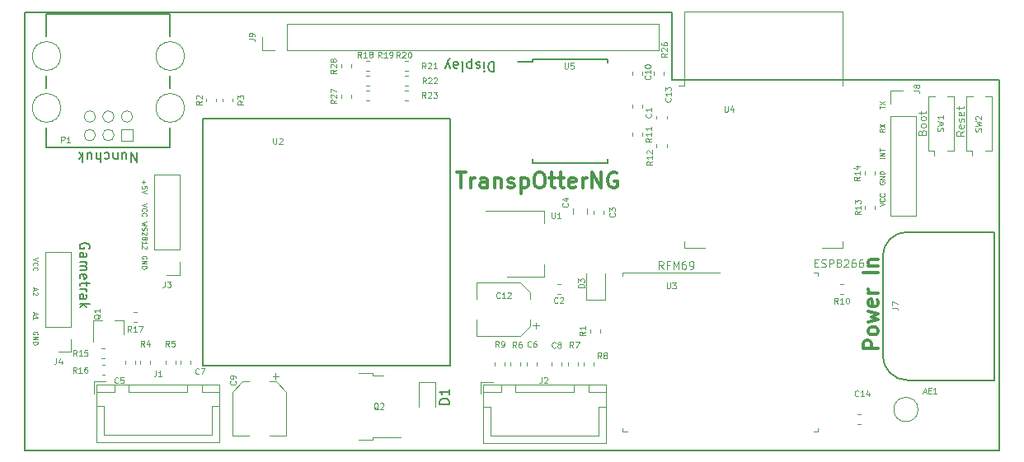
<source format=gbr>
%TF.GenerationSoftware,KiCad,Pcbnew,5.0.0*%
%TF.CreationDate,2018-10-30T11:26:16+01:00*%
%TF.ProjectId,TranspOtterNG,5472616E73704F747465724E472E6B69,rev?*%
%TF.SameCoordinates,Original*%
%TF.FileFunction,Legend,Top*%
%TF.FilePolarity,Positive*%
%FSLAX46Y46*%
G04 Gerber Fmt 4.6, Leading zero omitted, Abs format (unit mm)*
G04 Created by KiCad (PCBNEW 5.0.0) date Tue Oct 30 11:26:16 2018*
%MOMM*%
%LPD*%
G01*
G04 APERTURE LIST*
%ADD10C,0.100000*%
%ADD11C,0.200000*%
%ADD12C,0.300000*%
%ADD13C,0.150000*%
%ADD14C,0.120000*%
G04 APERTURE END LIST*
D10*
X181073309Y-65751857D02*
X181339976Y-65751857D01*
X181454261Y-66170904D02*
X181073309Y-66170904D01*
X181073309Y-65370904D01*
X181454261Y-65370904D01*
X181759023Y-66132809D02*
X181873309Y-66170904D01*
X182063785Y-66170904D01*
X182139976Y-66132809D01*
X182178071Y-66094714D01*
X182216166Y-66018523D01*
X182216166Y-65942333D01*
X182178071Y-65866142D01*
X182139976Y-65828047D01*
X182063785Y-65789952D01*
X181911404Y-65751857D01*
X181835214Y-65713761D01*
X181797119Y-65675666D01*
X181759023Y-65599476D01*
X181759023Y-65523285D01*
X181797119Y-65447095D01*
X181835214Y-65409000D01*
X181911404Y-65370904D01*
X182101880Y-65370904D01*
X182216166Y-65409000D01*
X182559023Y-66170904D02*
X182559023Y-65370904D01*
X182863785Y-65370904D01*
X182939976Y-65409000D01*
X182978071Y-65447095D01*
X183016166Y-65523285D01*
X183016166Y-65637571D01*
X182978071Y-65713761D01*
X182939976Y-65751857D01*
X182863785Y-65789952D01*
X182559023Y-65789952D01*
X183473309Y-65713761D02*
X183397119Y-65675666D01*
X183359023Y-65637571D01*
X183320928Y-65561380D01*
X183320928Y-65523285D01*
X183359023Y-65447095D01*
X183397119Y-65409000D01*
X183473309Y-65370904D01*
X183625690Y-65370904D01*
X183701880Y-65409000D01*
X183739976Y-65447095D01*
X183778071Y-65523285D01*
X183778071Y-65561380D01*
X183739976Y-65637571D01*
X183701880Y-65675666D01*
X183625690Y-65713761D01*
X183473309Y-65713761D01*
X183397119Y-65751857D01*
X183359023Y-65789952D01*
X183320928Y-65866142D01*
X183320928Y-66018523D01*
X183359023Y-66094714D01*
X183397119Y-66132809D01*
X183473309Y-66170904D01*
X183625690Y-66170904D01*
X183701880Y-66132809D01*
X183739976Y-66094714D01*
X183778071Y-66018523D01*
X183778071Y-65866142D01*
X183739976Y-65789952D01*
X183701880Y-65751857D01*
X183625690Y-65713761D01*
X184082833Y-65447095D02*
X184120928Y-65409000D01*
X184197119Y-65370904D01*
X184387595Y-65370904D01*
X184463785Y-65409000D01*
X184501880Y-65447095D01*
X184539976Y-65523285D01*
X184539976Y-65599476D01*
X184501880Y-65713761D01*
X184044738Y-66170904D01*
X184539976Y-66170904D01*
X185225690Y-65370904D02*
X185073309Y-65370904D01*
X184997119Y-65409000D01*
X184959023Y-65447095D01*
X184882833Y-65561380D01*
X184844738Y-65713761D01*
X184844738Y-66018523D01*
X184882833Y-66094714D01*
X184920928Y-66132809D01*
X184997119Y-66170904D01*
X185149500Y-66170904D01*
X185225690Y-66132809D01*
X185263785Y-66094714D01*
X185301880Y-66018523D01*
X185301880Y-65828047D01*
X185263785Y-65751857D01*
X185225690Y-65713761D01*
X185149500Y-65675666D01*
X184997119Y-65675666D01*
X184920928Y-65713761D01*
X184882833Y-65751857D01*
X184844738Y-65828047D01*
X185987595Y-65370904D02*
X185835214Y-65370904D01*
X185759023Y-65409000D01*
X185720928Y-65447095D01*
X185644738Y-65561380D01*
X185606642Y-65713761D01*
X185606642Y-66018523D01*
X185644738Y-66094714D01*
X185682833Y-66132809D01*
X185759023Y-66170904D01*
X185911404Y-66170904D01*
X185987595Y-66132809D01*
X186025690Y-66094714D01*
X186063785Y-66018523D01*
X186063785Y-65828047D01*
X186025690Y-65751857D01*
X185987595Y-65713761D01*
X185911404Y-65675666D01*
X185759023Y-65675666D01*
X185682833Y-65713761D01*
X185644738Y-65751857D01*
X185606642Y-65828047D01*
X165535214Y-66370904D02*
X165268547Y-65989952D01*
X165078071Y-66370904D02*
X165078071Y-65570904D01*
X165382833Y-65570904D01*
X165459023Y-65609000D01*
X165497119Y-65647095D01*
X165535214Y-65723285D01*
X165535214Y-65837571D01*
X165497119Y-65913761D01*
X165459023Y-65951857D01*
X165382833Y-65989952D01*
X165078071Y-65989952D01*
X166144738Y-65951857D02*
X165878071Y-65951857D01*
X165878071Y-66370904D02*
X165878071Y-65570904D01*
X166259023Y-65570904D01*
X166563785Y-66370904D02*
X166563785Y-65570904D01*
X166830452Y-66142333D01*
X167097119Y-65570904D01*
X167097119Y-66370904D01*
X167820928Y-65570904D02*
X167668547Y-65570904D01*
X167592357Y-65609000D01*
X167554261Y-65647095D01*
X167478071Y-65761380D01*
X167439976Y-65913761D01*
X167439976Y-66218523D01*
X167478071Y-66294714D01*
X167516166Y-66332809D01*
X167592357Y-66370904D01*
X167744738Y-66370904D01*
X167820928Y-66332809D01*
X167859023Y-66294714D01*
X167897119Y-66218523D01*
X167897119Y-66028047D01*
X167859023Y-65951857D01*
X167820928Y-65913761D01*
X167744738Y-65875666D01*
X167592357Y-65875666D01*
X167516166Y-65913761D01*
X167478071Y-65951857D01*
X167439976Y-66028047D01*
X168278071Y-66370904D02*
X168430452Y-66370904D01*
X168506642Y-66332809D01*
X168544738Y-66294714D01*
X168620928Y-66180428D01*
X168659023Y-66028047D01*
X168659023Y-65723285D01*
X168620928Y-65647095D01*
X168582833Y-65609000D01*
X168506642Y-65570904D01*
X168354261Y-65570904D01*
X168278071Y-65609000D01*
X168239976Y-65647095D01*
X168201880Y-65723285D01*
X168201880Y-65913761D01*
X168239976Y-65989952D01*
X168278071Y-66028047D01*
X168354261Y-66066142D01*
X168506642Y-66066142D01*
X168582833Y-66028047D01*
X168620928Y-65989952D01*
X168659023Y-65913761D01*
X196411404Y-52199476D02*
X196030452Y-52466142D01*
X196411404Y-52656619D02*
X195611404Y-52656619D01*
X195611404Y-52351857D01*
X195649500Y-52275666D01*
X195687595Y-52237571D01*
X195763785Y-52199476D01*
X195878071Y-52199476D01*
X195954261Y-52237571D01*
X195992357Y-52275666D01*
X196030452Y-52351857D01*
X196030452Y-52656619D01*
X196373309Y-51551857D02*
X196411404Y-51628047D01*
X196411404Y-51780428D01*
X196373309Y-51856619D01*
X196297119Y-51894714D01*
X195992357Y-51894714D01*
X195916166Y-51856619D01*
X195878071Y-51780428D01*
X195878071Y-51628047D01*
X195916166Y-51551857D01*
X195992357Y-51513761D01*
X196068547Y-51513761D01*
X196144738Y-51894714D01*
X196373309Y-51209000D02*
X196411404Y-51132809D01*
X196411404Y-50980428D01*
X196373309Y-50904238D01*
X196297119Y-50866142D01*
X196259023Y-50866142D01*
X196182833Y-50904238D01*
X196144738Y-50980428D01*
X196144738Y-51094714D01*
X196106642Y-51170904D01*
X196030452Y-51209000D01*
X195992357Y-51209000D01*
X195916166Y-51170904D01*
X195878071Y-51094714D01*
X195878071Y-50980428D01*
X195916166Y-50904238D01*
X196373309Y-50218523D02*
X196411404Y-50294714D01*
X196411404Y-50447095D01*
X196373309Y-50523285D01*
X196297119Y-50561380D01*
X195992357Y-50561380D01*
X195916166Y-50523285D01*
X195878071Y-50447095D01*
X195878071Y-50294714D01*
X195916166Y-50218523D01*
X195992357Y-50180428D01*
X196068547Y-50180428D01*
X196144738Y-50561380D01*
X195878071Y-49951857D02*
X195878071Y-49647095D01*
X195611404Y-49837571D02*
X196297119Y-49837571D01*
X196373309Y-49799476D01*
X196411404Y-49723285D01*
X196411404Y-49647095D01*
X192092357Y-52304238D02*
X192130452Y-52189952D01*
X192168547Y-52151857D01*
X192244738Y-52113761D01*
X192359023Y-52113761D01*
X192435214Y-52151857D01*
X192473309Y-52189952D01*
X192511404Y-52266142D01*
X192511404Y-52570904D01*
X191711404Y-52570904D01*
X191711404Y-52304238D01*
X191749500Y-52228047D01*
X191787595Y-52189952D01*
X191863785Y-52151857D01*
X191939976Y-52151857D01*
X192016166Y-52189952D01*
X192054261Y-52228047D01*
X192092357Y-52304238D01*
X192092357Y-52570904D01*
X192511404Y-51656619D02*
X192473309Y-51732809D01*
X192435214Y-51770904D01*
X192359023Y-51809000D01*
X192130452Y-51809000D01*
X192054261Y-51770904D01*
X192016166Y-51732809D01*
X191978071Y-51656619D01*
X191978071Y-51542333D01*
X192016166Y-51466142D01*
X192054261Y-51428047D01*
X192130452Y-51389952D01*
X192359023Y-51389952D01*
X192435214Y-51428047D01*
X192473309Y-51466142D01*
X192511404Y-51542333D01*
X192511404Y-51656619D01*
X192511404Y-50932809D02*
X192473309Y-51009000D01*
X192435214Y-51047095D01*
X192359023Y-51085190D01*
X192130452Y-51085190D01*
X192054261Y-51047095D01*
X192016166Y-51009000D01*
X191978071Y-50932809D01*
X191978071Y-50818523D01*
X192016166Y-50742333D01*
X192054261Y-50704238D01*
X192130452Y-50666142D01*
X192359023Y-50666142D01*
X192435214Y-50704238D01*
X192473309Y-50742333D01*
X192511404Y-50818523D01*
X192511404Y-50932809D01*
X191978071Y-50437571D02*
X191978071Y-50132809D01*
X191711404Y-50323285D02*
X192397119Y-50323285D01*
X192473309Y-50285190D01*
X192511404Y-50209000D01*
X192511404Y-50132809D01*
X187755690Y-49879952D02*
X187755690Y-49594238D01*
X188255690Y-49737095D02*
X187755690Y-49737095D01*
X187755690Y-49475190D02*
X188255690Y-49141857D01*
X187755690Y-49141857D02*
X188255690Y-49475190D01*
X188225690Y-51952333D02*
X187987595Y-52119000D01*
X188225690Y-52238047D02*
X187725690Y-52238047D01*
X187725690Y-52047571D01*
X187749500Y-51999952D01*
X187773309Y-51976142D01*
X187820928Y-51952333D01*
X187892357Y-51952333D01*
X187939976Y-51976142D01*
X187963785Y-51999952D01*
X187987595Y-52047571D01*
X187987595Y-52238047D01*
X187725690Y-51785666D02*
X188225690Y-51452333D01*
X187725690Y-51452333D02*
X188225690Y-51785666D01*
X188225690Y-54951380D02*
X187725690Y-54951380D01*
X188225690Y-54713285D02*
X187725690Y-54713285D01*
X188225690Y-54427571D01*
X187725690Y-54427571D01*
X187725690Y-54260904D02*
X187725690Y-53975190D01*
X188225690Y-54118047D02*
X187725690Y-54118047D01*
X187765690Y-59905666D02*
X188265690Y-59739000D01*
X187765690Y-59572333D01*
X188218071Y-59119952D02*
X188241880Y-59143761D01*
X188265690Y-59215190D01*
X188265690Y-59262809D01*
X188241880Y-59334238D01*
X188194261Y-59381857D01*
X188146642Y-59405666D01*
X188051404Y-59429476D01*
X187979976Y-59429476D01*
X187884738Y-59405666D01*
X187837119Y-59381857D01*
X187789500Y-59334238D01*
X187765690Y-59262809D01*
X187765690Y-59215190D01*
X187789500Y-59143761D01*
X187813309Y-59119952D01*
X188218071Y-58619952D02*
X188241880Y-58643761D01*
X188265690Y-58715190D01*
X188265690Y-58762809D01*
X188241880Y-58834238D01*
X188194261Y-58881857D01*
X188146642Y-58905666D01*
X188051404Y-58929476D01*
X187979976Y-58929476D01*
X187884738Y-58905666D01*
X187837119Y-58881857D01*
X187789500Y-58834238D01*
X187765690Y-58762809D01*
X187765690Y-58715190D01*
X187789500Y-58643761D01*
X187813309Y-58619952D01*
X187769500Y-57369952D02*
X187745690Y-57417571D01*
X187745690Y-57489000D01*
X187769500Y-57560428D01*
X187817119Y-57608047D01*
X187864738Y-57631857D01*
X187959976Y-57655666D01*
X188031404Y-57655666D01*
X188126642Y-57631857D01*
X188174261Y-57608047D01*
X188221880Y-57560428D01*
X188245690Y-57489000D01*
X188245690Y-57441380D01*
X188221880Y-57369952D01*
X188198071Y-57346142D01*
X188031404Y-57346142D01*
X188031404Y-57441380D01*
X188245690Y-57131857D02*
X187745690Y-57131857D01*
X188245690Y-56846142D01*
X187745690Y-56846142D01*
X188245690Y-56608047D02*
X187745690Y-56608047D01*
X187745690Y-56489000D01*
X187769500Y-56417571D01*
X187817119Y-56369952D01*
X187864738Y-56346142D01*
X187959976Y-56322333D01*
X188031404Y-56322333D01*
X188126642Y-56346142D01*
X188174261Y-56369952D01*
X188221880Y-56417571D01*
X188245690Y-56489000D01*
X188245690Y-56608047D01*
D11*
X148131880Y-45056619D02*
X148131880Y-46056619D01*
X147893785Y-46056619D01*
X147750928Y-46009000D01*
X147655690Y-45913761D01*
X147608071Y-45818523D01*
X147560452Y-45628047D01*
X147560452Y-45485190D01*
X147608071Y-45294714D01*
X147655690Y-45199476D01*
X147750928Y-45104238D01*
X147893785Y-45056619D01*
X148131880Y-45056619D01*
X147131880Y-45056619D02*
X147131880Y-45723285D01*
X147131880Y-46056619D02*
X147179500Y-46009000D01*
X147131880Y-45961380D01*
X147084261Y-46009000D01*
X147131880Y-46056619D01*
X147131880Y-45961380D01*
X146703309Y-45104238D02*
X146608071Y-45056619D01*
X146417595Y-45056619D01*
X146322357Y-45104238D01*
X146274738Y-45199476D01*
X146274738Y-45247095D01*
X146322357Y-45342333D01*
X146417595Y-45389952D01*
X146560452Y-45389952D01*
X146655690Y-45437571D01*
X146703309Y-45532809D01*
X146703309Y-45580428D01*
X146655690Y-45675666D01*
X146560452Y-45723285D01*
X146417595Y-45723285D01*
X146322357Y-45675666D01*
X145846166Y-45723285D02*
X145846166Y-44723285D01*
X145846166Y-45675666D02*
X145750928Y-45723285D01*
X145560452Y-45723285D01*
X145465214Y-45675666D01*
X145417595Y-45628047D01*
X145369976Y-45532809D01*
X145369976Y-45247095D01*
X145417595Y-45151857D01*
X145465214Y-45104238D01*
X145560452Y-45056619D01*
X145750928Y-45056619D01*
X145846166Y-45104238D01*
X144798547Y-45056619D02*
X144893785Y-45104238D01*
X144941404Y-45199476D01*
X144941404Y-46056619D01*
X143989023Y-45056619D02*
X143989023Y-45580428D01*
X144036642Y-45675666D01*
X144131880Y-45723285D01*
X144322357Y-45723285D01*
X144417595Y-45675666D01*
X143989023Y-45104238D02*
X144084261Y-45056619D01*
X144322357Y-45056619D01*
X144417595Y-45104238D01*
X144465214Y-45199476D01*
X144465214Y-45294714D01*
X144417595Y-45389952D01*
X144322357Y-45437571D01*
X144084261Y-45437571D01*
X143989023Y-45485190D01*
X143608071Y-45723285D02*
X143369976Y-45056619D01*
X143131880Y-45723285D02*
X143369976Y-45056619D01*
X143465214Y-44818523D01*
X143512833Y-44770904D01*
X143608071Y-44723285D01*
X111438071Y-54366619D02*
X111438071Y-55366619D01*
X110866642Y-54366619D01*
X110866642Y-55366619D01*
X109961880Y-55033285D02*
X109961880Y-54366619D01*
X110390452Y-55033285D02*
X110390452Y-54509476D01*
X110342833Y-54414238D01*
X110247595Y-54366619D01*
X110104738Y-54366619D01*
X110009500Y-54414238D01*
X109961880Y-54461857D01*
X109485690Y-55033285D02*
X109485690Y-54366619D01*
X109485690Y-54938047D02*
X109438071Y-54985666D01*
X109342833Y-55033285D01*
X109199976Y-55033285D01*
X109104738Y-54985666D01*
X109057119Y-54890428D01*
X109057119Y-54366619D01*
X108152357Y-54414238D02*
X108247595Y-54366619D01*
X108438071Y-54366619D01*
X108533309Y-54414238D01*
X108580928Y-54461857D01*
X108628547Y-54557095D01*
X108628547Y-54842809D01*
X108580928Y-54938047D01*
X108533309Y-54985666D01*
X108438071Y-55033285D01*
X108247595Y-55033285D01*
X108152357Y-54985666D01*
X107723785Y-54366619D02*
X107723785Y-55366619D01*
X107295214Y-54366619D02*
X107295214Y-54890428D01*
X107342833Y-54985666D01*
X107438071Y-55033285D01*
X107580928Y-55033285D01*
X107676166Y-54985666D01*
X107723785Y-54938047D01*
X106390452Y-55033285D02*
X106390452Y-54366619D01*
X106819023Y-55033285D02*
X106819023Y-54509476D01*
X106771404Y-54414238D01*
X106676166Y-54366619D01*
X106533309Y-54366619D01*
X106438071Y-54414238D01*
X106390452Y-54461857D01*
X105914261Y-54366619D02*
X105914261Y-55366619D01*
X105819023Y-54747571D02*
X105533309Y-54366619D01*
X105533309Y-55033285D02*
X105914261Y-54652333D01*
X106559500Y-64260904D02*
X106607119Y-64165666D01*
X106607119Y-64022809D01*
X106559500Y-63879952D01*
X106464261Y-63784714D01*
X106369023Y-63737095D01*
X106178547Y-63689476D01*
X106035690Y-63689476D01*
X105845214Y-63737095D01*
X105749976Y-63784714D01*
X105654738Y-63879952D01*
X105607119Y-64022809D01*
X105607119Y-64118047D01*
X105654738Y-64260904D01*
X105702357Y-64308523D01*
X106035690Y-64308523D01*
X106035690Y-64118047D01*
X105607119Y-65165666D02*
X106130928Y-65165666D01*
X106226166Y-65118047D01*
X106273785Y-65022809D01*
X106273785Y-64832333D01*
X106226166Y-64737095D01*
X105654738Y-65165666D02*
X105607119Y-65070428D01*
X105607119Y-64832333D01*
X105654738Y-64737095D01*
X105749976Y-64689476D01*
X105845214Y-64689476D01*
X105940452Y-64737095D01*
X105988071Y-64832333D01*
X105988071Y-65070428D01*
X106035690Y-65165666D01*
X105607119Y-65641857D02*
X106273785Y-65641857D01*
X106178547Y-65641857D02*
X106226166Y-65689476D01*
X106273785Y-65784714D01*
X106273785Y-65927571D01*
X106226166Y-66022809D01*
X106130928Y-66070428D01*
X105607119Y-66070428D01*
X106130928Y-66070428D02*
X106226166Y-66118047D01*
X106273785Y-66213285D01*
X106273785Y-66356142D01*
X106226166Y-66451380D01*
X106130928Y-66499000D01*
X105607119Y-66499000D01*
X105654738Y-67356142D02*
X105607119Y-67260904D01*
X105607119Y-67070428D01*
X105654738Y-66975190D01*
X105749976Y-66927571D01*
X106130928Y-66927571D01*
X106226166Y-66975190D01*
X106273785Y-67070428D01*
X106273785Y-67260904D01*
X106226166Y-67356142D01*
X106130928Y-67403761D01*
X106035690Y-67403761D01*
X105940452Y-66927571D01*
X106273785Y-67689476D02*
X106273785Y-68070428D01*
X106607119Y-67832333D02*
X105749976Y-67832333D01*
X105654738Y-67879952D01*
X105607119Y-67975190D01*
X105607119Y-68070428D01*
X105607119Y-68403761D02*
X106273785Y-68403761D01*
X106083309Y-68403761D02*
X106178547Y-68451380D01*
X106226166Y-68499000D01*
X106273785Y-68594238D01*
X106273785Y-68689476D01*
X105607119Y-69451380D02*
X106130928Y-69451380D01*
X106226166Y-69403761D01*
X106273785Y-69308523D01*
X106273785Y-69118047D01*
X106226166Y-69022809D01*
X105654738Y-69451380D02*
X105607119Y-69356142D01*
X105607119Y-69118047D01*
X105654738Y-69022809D01*
X105749976Y-68975190D01*
X105845214Y-68975190D01*
X105940452Y-69022809D01*
X105988071Y-69118047D01*
X105988071Y-69356142D01*
X106035690Y-69451380D01*
X105607119Y-69927571D02*
X106607119Y-69927571D01*
X105988071Y-70022809D02*
X105607119Y-70308523D01*
X106273785Y-70308523D02*
X105892833Y-69927571D01*
D12*
X187588071Y-74550428D02*
X186088071Y-74550428D01*
X186088071Y-73979000D01*
X186159500Y-73836142D01*
X186230928Y-73764714D01*
X186373785Y-73693285D01*
X186588071Y-73693285D01*
X186730928Y-73764714D01*
X186802357Y-73836142D01*
X186873785Y-73979000D01*
X186873785Y-74550428D01*
X187588071Y-72836142D02*
X187516642Y-72979000D01*
X187445214Y-73050428D01*
X187302357Y-73121857D01*
X186873785Y-73121857D01*
X186730928Y-73050428D01*
X186659500Y-72979000D01*
X186588071Y-72836142D01*
X186588071Y-72621857D01*
X186659500Y-72479000D01*
X186730928Y-72407571D01*
X186873785Y-72336142D01*
X187302357Y-72336142D01*
X187445214Y-72407571D01*
X187516642Y-72479000D01*
X187588071Y-72621857D01*
X187588071Y-72836142D01*
X186588071Y-71836142D02*
X187588071Y-71550428D01*
X186873785Y-71264714D01*
X187588071Y-70979000D01*
X186588071Y-70693285D01*
X187516642Y-69550428D02*
X187588071Y-69693285D01*
X187588071Y-69979000D01*
X187516642Y-70121857D01*
X187373785Y-70193285D01*
X186802357Y-70193285D01*
X186659500Y-70121857D01*
X186588071Y-69979000D01*
X186588071Y-69693285D01*
X186659500Y-69550428D01*
X186802357Y-69479000D01*
X186945214Y-69479000D01*
X187088071Y-70193285D01*
X187588071Y-68836142D02*
X186588071Y-68836142D01*
X186873785Y-68836142D02*
X186730928Y-68764714D01*
X186659500Y-68693285D01*
X186588071Y-68550428D01*
X186588071Y-68407571D01*
X187588071Y-66764714D02*
X186088071Y-66764714D01*
X186588071Y-66050428D02*
X187588071Y-66050428D01*
X186730928Y-66050428D02*
X186659500Y-65979000D01*
X186588071Y-65836142D01*
X186588071Y-65621857D01*
X186659500Y-65479000D01*
X186802357Y-65407571D01*
X187588071Y-65407571D01*
D10*
X112503309Y-61504238D02*
X112003309Y-61623285D01*
X112360452Y-61718523D01*
X112003309Y-61813761D01*
X112503309Y-61932809D01*
X112027119Y-62099476D02*
X112003309Y-62170904D01*
X112003309Y-62289952D01*
X112027119Y-62337571D01*
X112050928Y-62361380D01*
X112098547Y-62385190D01*
X112146166Y-62385190D01*
X112193785Y-62361380D01*
X112217595Y-62337571D01*
X112241404Y-62289952D01*
X112265214Y-62194714D01*
X112289023Y-62147095D01*
X112312833Y-62123285D01*
X112360452Y-62099476D01*
X112408071Y-62099476D01*
X112455690Y-62123285D01*
X112479500Y-62147095D01*
X112503309Y-62194714D01*
X112503309Y-62313761D01*
X112479500Y-62385190D01*
X112455690Y-62575666D02*
X112479500Y-62599476D01*
X112503309Y-62647095D01*
X112503309Y-62766142D01*
X112479500Y-62813761D01*
X112455690Y-62837571D01*
X112408071Y-62861380D01*
X112360452Y-62861380D01*
X112289023Y-62837571D01*
X112003309Y-62551857D01*
X112003309Y-62861380D01*
X112289023Y-63147095D02*
X112312833Y-63099476D01*
X112336642Y-63075666D01*
X112384261Y-63051857D01*
X112408071Y-63051857D01*
X112455690Y-63075666D01*
X112479500Y-63099476D01*
X112503309Y-63147095D01*
X112503309Y-63242333D01*
X112479500Y-63289952D01*
X112455690Y-63313761D01*
X112408071Y-63337571D01*
X112384261Y-63337571D01*
X112336642Y-63313761D01*
X112312833Y-63289952D01*
X112289023Y-63242333D01*
X112289023Y-63147095D01*
X112265214Y-63099476D01*
X112241404Y-63075666D01*
X112193785Y-63051857D01*
X112098547Y-63051857D01*
X112050928Y-63075666D01*
X112027119Y-63099476D01*
X112003309Y-63147095D01*
X112003309Y-63242333D01*
X112027119Y-63289952D01*
X112050928Y-63313761D01*
X112098547Y-63337571D01*
X112193785Y-63337571D01*
X112241404Y-63313761D01*
X112265214Y-63289952D01*
X112289023Y-63242333D01*
X112003309Y-63813761D02*
X112003309Y-63528047D01*
X112003309Y-63670904D02*
X112503309Y-63670904D01*
X112431880Y-63623285D01*
X112384261Y-63575666D01*
X112360452Y-63528047D01*
X112455690Y-64004238D02*
X112479500Y-64028047D01*
X112503309Y-64075666D01*
X112503309Y-64194714D01*
X112479500Y-64242333D01*
X112455690Y-64266142D01*
X112408071Y-64289952D01*
X112360452Y-64289952D01*
X112289023Y-64266142D01*
X112003309Y-63980428D01*
X112003309Y-64289952D01*
D13*
X166449500Y-40009000D02*
X166449500Y-46909000D01*
X100000000Y-40000000D02*
X166449500Y-40009000D01*
X100000000Y-85000000D02*
X100000000Y-40000000D01*
X200000000Y-85000000D02*
X100000000Y-85000000D01*
X200000000Y-46900000D02*
X200000000Y-85000000D01*
X166449500Y-46909000D02*
X200000000Y-46900000D01*
D10*
X112163785Y-57236142D02*
X112163785Y-57617095D01*
X111973309Y-57426619D02*
X112354261Y-57426619D01*
X112473309Y-58093285D02*
X112473309Y-57855190D01*
X112235214Y-57831380D01*
X112259023Y-57855190D01*
X112282833Y-57902809D01*
X112282833Y-58021857D01*
X112259023Y-58069476D01*
X112235214Y-58093285D01*
X112187595Y-58117095D01*
X112068547Y-58117095D01*
X112020928Y-58093285D01*
X111997119Y-58069476D01*
X111973309Y-58021857D01*
X111973309Y-57902809D01*
X111997119Y-57855190D01*
X112020928Y-57831380D01*
X112473309Y-58259952D02*
X111973309Y-58426619D01*
X112473309Y-58593285D01*
X100927166Y-68321357D02*
X100927166Y-68559452D01*
X100784309Y-68273738D02*
X101284309Y-68440404D01*
X100784309Y-68607071D01*
X101236690Y-68749928D02*
X101260500Y-68773738D01*
X101284309Y-68821357D01*
X101284309Y-68940404D01*
X101260500Y-68988023D01*
X101236690Y-69011833D01*
X101189071Y-69035642D01*
X101141452Y-69035642D01*
X101070023Y-69011833D01*
X100784309Y-68726119D01*
X100784309Y-69035642D01*
X100927166Y-70821357D02*
X100927166Y-71059452D01*
X100784309Y-70773738D02*
X101284309Y-70940404D01*
X100784309Y-71107071D01*
X100784309Y-71535642D02*
X100784309Y-71249928D01*
X100784309Y-71392785D02*
X101284309Y-71392785D01*
X101212880Y-71345166D01*
X101165261Y-71297547D01*
X101141452Y-71249928D01*
X101284309Y-65211833D02*
X100784309Y-65378500D01*
X101284309Y-65545166D01*
X100831928Y-65997547D02*
X100808119Y-65973738D01*
X100784309Y-65902309D01*
X100784309Y-65854690D01*
X100808119Y-65783261D01*
X100855738Y-65735642D01*
X100903357Y-65711833D01*
X100998595Y-65688023D01*
X101070023Y-65688023D01*
X101165261Y-65711833D01*
X101212880Y-65735642D01*
X101260500Y-65783261D01*
X101284309Y-65854690D01*
X101284309Y-65902309D01*
X101260500Y-65973738D01*
X101236690Y-65997547D01*
X100831928Y-66497547D02*
X100808119Y-66473738D01*
X100784309Y-66402309D01*
X100784309Y-66354690D01*
X100808119Y-66283261D01*
X100855738Y-66235642D01*
X100903357Y-66211833D01*
X100998595Y-66188023D01*
X101070023Y-66188023D01*
X101165261Y-66211833D01*
X101212880Y-66235642D01*
X101260500Y-66283261D01*
X101284309Y-66354690D01*
X101284309Y-66402309D01*
X101260500Y-66473738D01*
X101236690Y-66497547D01*
X101260500Y-73097547D02*
X101284309Y-73049928D01*
X101284309Y-72978500D01*
X101260500Y-72907071D01*
X101212880Y-72859452D01*
X101165261Y-72835642D01*
X101070023Y-72811833D01*
X100998595Y-72811833D01*
X100903357Y-72835642D01*
X100855738Y-72859452D01*
X100808119Y-72907071D01*
X100784309Y-72978500D01*
X100784309Y-73026119D01*
X100808119Y-73097547D01*
X100831928Y-73121357D01*
X100998595Y-73121357D01*
X100998595Y-73026119D01*
X100784309Y-73335642D02*
X101284309Y-73335642D01*
X100784309Y-73621357D01*
X101284309Y-73621357D01*
X100784309Y-73859452D02*
X101284309Y-73859452D01*
X101284309Y-73978500D01*
X101260500Y-74049928D01*
X101212880Y-74097547D01*
X101165261Y-74121357D01*
X101070023Y-74145166D01*
X100998595Y-74145166D01*
X100903357Y-74121357D01*
X100855738Y-74097547D01*
X100808119Y-74049928D01*
X100784309Y-73978500D01*
X100784309Y-73859452D01*
X112439500Y-65308047D02*
X112463309Y-65260428D01*
X112463309Y-65189000D01*
X112439500Y-65117571D01*
X112391880Y-65069952D01*
X112344261Y-65046142D01*
X112249023Y-65022333D01*
X112177595Y-65022333D01*
X112082357Y-65046142D01*
X112034738Y-65069952D01*
X111987119Y-65117571D01*
X111963309Y-65189000D01*
X111963309Y-65236619D01*
X111987119Y-65308047D01*
X112010928Y-65331857D01*
X112177595Y-65331857D01*
X112177595Y-65236619D01*
X111963309Y-65546142D02*
X112463309Y-65546142D01*
X111963309Y-65831857D01*
X112463309Y-65831857D01*
X111963309Y-66069952D02*
X112463309Y-66069952D01*
X112463309Y-66189000D01*
X112439500Y-66260428D01*
X112391880Y-66308047D01*
X112344261Y-66331857D01*
X112249023Y-66355666D01*
X112177595Y-66355666D01*
X112082357Y-66331857D01*
X112034738Y-66308047D01*
X111987119Y-66260428D01*
X111963309Y-66189000D01*
X111963309Y-66069952D01*
X112483309Y-59612333D02*
X111983309Y-59779000D01*
X112483309Y-59945666D01*
X112030928Y-60398047D02*
X112007119Y-60374238D01*
X111983309Y-60302809D01*
X111983309Y-60255190D01*
X112007119Y-60183761D01*
X112054738Y-60136142D01*
X112102357Y-60112333D01*
X112197595Y-60088523D01*
X112269023Y-60088523D01*
X112364261Y-60112333D01*
X112411880Y-60136142D01*
X112459500Y-60183761D01*
X112483309Y-60255190D01*
X112483309Y-60302809D01*
X112459500Y-60374238D01*
X112435690Y-60398047D01*
X112030928Y-60898047D02*
X112007119Y-60874238D01*
X111983309Y-60802809D01*
X111983309Y-60755190D01*
X112007119Y-60683761D01*
X112054738Y-60636142D01*
X112102357Y-60612333D01*
X112197595Y-60588523D01*
X112269023Y-60588523D01*
X112364261Y-60612333D01*
X112411880Y-60636142D01*
X112459500Y-60683761D01*
X112483309Y-60755190D01*
X112483309Y-60802809D01*
X112459500Y-60874238D01*
X112435690Y-60898047D01*
D12*
X144306642Y-56432809D02*
X145220928Y-56432809D01*
X144763785Y-58032809D02*
X144763785Y-56432809D01*
X145754261Y-58032809D02*
X145754261Y-56966142D01*
X145754261Y-57270904D02*
X145830452Y-57118523D01*
X145906642Y-57042333D01*
X146059023Y-56966142D01*
X146211404Y-56966142D01*
X147430452Y-58032809D02*
X147430452Y-57194714D01*
X147354261Y-57042333D01*
X147201880Y-56966142D01*
X146897119Y-56966142D01*
X146744738Y-57042333D01*
X147430452Y-57956619D02*
X147278071Y-58032809D01*
X146897119Y-58032809D01*
X146744738Y-57956619D01*
X146668547Y-57804238D01*
X146668547Y-57651857D01*
X146744738Y-57499476D01*
X146897119Y-57423285D01*
X147278071Y-57423285D01*
X147430452Y-57347095D01*
X148192357Y-56966142D02*
X148192357Y-58032809D01*
X148192357Y-57118523D02*
X148268547Y-57042333D01*
X148420928Y-56966142D01*
X148649500Y-56966142D01*
X148801880Y-57042333D01*
X148878071Y-57194714D01*
X148878071Y-58032809D01*
X149563785Y-57956619D02*
X149716166Y-58032809D01*
X150020928Y-58032809D01*
X150173309Y-57956619D01*
X150249500Y-57804238D01*
X150249500Y-57728047D01*
X150173309Y-57575666D01*
X150020928Y-57499476D01*
X149792357Y-57499476D01*
X149639976Y-57423285D01*
X149563785Y-57270904D01*
X149563785Y-57194714D01*
X149639976Y-57042333D01*
X149792357Y-56966142D01*
X150020928Y-56966142D01*
X150173309Y-57042333D01*
X150935214Y-56966142D02*
X150935214Y-58566142D01*
X150935214Y-57042333D02*
X151087595Y-56966142D01*
X151392357Y-56966142D01*
X151544738Y-57042333D01*
X151620928Y-57118523D01*
X151697119Y-57270904D01*
X151697119Y-57728047D01*
X151620928Y-57880428D01*
X151544738Y-57956619D01*
X151392357Y-58032809D01*
X151087595Y-58032809D01*
X150935214Y-57956619D01*
X152687595Y-56432809D02*
X152992357Y-56432809D01*
X153144738Y-56509000D01*
X153297119Y-56661380D01*
X153373309Y-56966142D01*
X153373309Y-57499476D01*
X153297119Y-57804238D01*
X153144738Y-57956619D01*
X152992357Y-58032809D01*
X152687595Y-58032809D01*
X152535214Y-57956619D01*
X152382833Y-57804238D01*
X152306642Y-57499476D01*
X152306642Y-56966142D01*
X152382833Y-56661380D01*
X152535214Y-56509000D01*
X152687595Y-56432809D01*
X153830452Y-56966142D02*
X154439976Y-56966142D01*
X154059023Y-56432809D02*
X154059023Y-57804238D01*
X154135214Y-57956619D01*
X154287595Y-58032809D01*
X154439976Y-58032809D01*
X154744738Y-56966142D02*
X155354261Y-56966142D01*
X154973309Y-56432809D02*
X154973309Y-57804238D01*
X155049500Y-57956619D01*
X155201880Y-58032809D01*
X155354261Y-58032809D01*
X156497119Y-57956619D02*
X156344738Y-58032809D01*
X156039976Y-58032809D01*
X155887595Y-57956619D01*
X155811404Y-57804238D01*
X155811404Y-57194714D01*
X155887595Y-57042333D01*
X156039976Y-56966142D01*
X156344738Y-56966142D01*
X156497119Y-57042333D01*
X156573309Y-57194714D01*
X156573309Y-57347095D01*
X155811404Y-57499476D01*
X157259023Y-58032809D02*
X157259023Y-56966142D01*
X157259023Y-57270904D02*
X157335214Y-57118523D01*
X157411404Y-57042333D01*
X157563785Y-56966142D01*
X157716166Y-56966142D01*
X158249500Y-58032809D02*
X158249500Y-56432809D01*
X159163785Y-58032809D01*
X159163785Y-56432809D01*
X160763785Y-56509000D02*
X160611404Y-56432809D01*
X160382833Y-56432809D01*
X160154261Y-56509000D01*
X160001880Y-56661380D01*
X159925690Y-56813761D01*
X159849500Y-57118523D01*
X159849500Y-57347095D01*
X159925690Y-57651857D01*
X160001880Y-57804238D01*
X160154261Y-57956619D01*
X160382833Y-58032809D01*
X160535214Y-58032809D01*
X160763785Y-57956619D01*
X160839976Y-57880428D01*
X160839976Y-57347095D01*
X160535214Y-57347095D01*
D13*
X199489500Y-62549000D02*
X199489500Y-77789000D01*
X199489500Y-77789000D02*
X191869500Y-77789000D01*
X191869500Y-62549000D02*
X199489500Y-62549000D01*
X188059500Y-65089000D02*
X188059500Y-75249000D01*
X190599500Y-77789000D02*
X191869500Y-77789000D01*
X191869500Y-62549000D02*
X190599500Y-62549000D01*
X190599500Y-77789000D02*
G75*
G02X188059500Y-75249000I0J2540000D01*
G01*
X188059500Y-65089000D02*
G75*
G02X190599500Y-62549000I2540000J0D01*
G01*
D14*
X142099500Y-78009000D02*
X140399500Y-78009000D01*
X140399500Y-78009000D02*
X140399500Y-80559000D01*
X142099500Y-78009000D02*
X142099500Y-80559000D01*
X162364000Y-49794779D02*
X162364000Y-49469221D01*
X163384000Y-49794779D02*
X163384000Y-49469221D01*
X154634221Y-68915000D02*
X154959779Y-68915000D01*
X154634221Y-67895000D02*
X154959779Y-67895000D01*
X158404500Y-60691779D02*
X158404500Y-60366221D01*
X159424500Y-60691779D02*
X159424500Y-60366221D01*
X156304500Y-60687578D02*
X156304500Y-60170422D01*
X157724500Y-60687578D02*
X157724500Y-60170422D01*
X111293000Y-76112779D02*
X111293000Y-75787221D01*
X110273000Y-76112779D02*
X110273000Y-75787221D01*
X151539500Y-76271779D02*
X151539500Y-75946221D01*
X152559500Y-76271779D02*
X152559500Y-75946221D01*
X117010500Y-76112779D02*
X117010500Y-75787221D01*
X115990500Y-76112779D02*
X115990500Y-75787221D01*
X154039500Y-76271779D02*
X154039500Y-75946221D01*
X155059500Y-76271779D02*
X155059500Y-75946221D01*
X126047000Y-77396500D02*
X125422000Y-77396500D01*
X125734500Y-77084000D02*
X125734500Y-77709000D01*
X122353937Y-77949000D02*
X121289500Y-79013437D01*
X125745063Y-77949000D02*
X126809500Y-79013437D01*
X125745063Y-77949000D02*
X125109500Y-77949000D01*
X122353937Y-77949000D02*
X122989500Y-77949000D01*
X121289500Y-79013437D02*
X121289500Y-83469000D01*
X126809500Y-79013437D02*
X126809500Y-83469000D01*
X126809500Y-83469000D02*
X125109500Y-83469000D01*
X121289500Y-83469000D02*
X122989500Y-83469000D01*
X146373500Y-67740500D02*
X146373500Y-69440500D01*
X146373500Y-73260500D02*
X146373500Y-71560500D01*
X150829063Y-73260500D02*
X146373500Y-73260500D01*
X150829063Y-67740500D02*
X146373500Y-67740500D01*
X151893500Y-68804937D02*
X151893500Y-69440500D01*
X151893500Y-72196063D02*
X151893500Y-71560500D01*
X151893500Y-72196063D02*
X150829063Y-73260500D01*
X151893500Y-68804937D02*
X150829063Y-67740500D01*
X152758500Y-72185500D02*
X152133500Y-72185500D01*
X152446000Y-72498000D02*
X152446000Y-71873000D01*
X164854500Y-50936279D02*
X164854500Y-50610721D01*
X165874500Y-50936279D02*
X165874500Y-50610721D01*
X157613000Y-66819500D02*
X157613000Y-69504500D01*
X157613000Y-69504500D02*
X159533000Y-69504500D01*
X159533000Y-69504500D02*
X159533000Y-66819500D01*
X107339700Y-78211400D02*
X107339700Y-84181400D01*
X107339700Y-84181400D02*
X119959700Y-84181400D01*
X119959700Y-84181400D02*
X119959700Y-78211400D01*
X119959700Y-78211400D02*
X107339700Y-78211400D01*
X110649700Y-78221400D02*
X110649700Y-78971400D01*
X110649700Y-78971400D02*
X116649700Y-78971400D01*
X116649700Y-78971400D02*
X116649700Y-78221400D01*
X116649700Y-78221400D02*
X110649700Y-78221400D01*
X107349700Y-78221400D02*
X107349700Y-78971400D01*
X107349700Y-78971400D02*
X109149700Y-78971400D01*
X109149700Y-78971400D02*
X109149700Y-78221400D01*
X109149700Y-78221400D02*
X107349700Y-78221400D01*
X118149700Y-78221400D02*
X118149700Y-78971400D01*
X118149700Y-78971400D02*
X119949700Y-78971400D01*
X119949700Y-78971400D02*
X119949700Y-78221400D01*
X119949700Y-78221400D02*
X118149700Y-78221400D01*
X107349700Y-80471400D02*
X108099700Y-80471400D01*
X108099700Y-80471400D02*
X108099700Y-83421400D01*
X108099700Y-83421400D02*
X113649700Y-83421400D01*
X119949700Y-80471400D02*
X119199700Y-80471400D01*
X119199700Y-80471400D02*
X119199700Y-83421400D01*
X119199700Y-83421400D02*
X113649700Y-83421400D01*
X108299700Y-77921400D02*
X107049700Y-77921400D01*
X107049700Y-77921400D02*
X107049700Y-79171400D01*
X146777500Y-77961600D02*
X146777500Y-79211600D01*
X148027500Y-77961600D02*
X146777500Y-77961600D01*
X158927500Y-83461600D02*
X153377500Y-83461600D01*
X158927500Y-80511600D02*
X158927500Y-83461600D01*
X159677500Y-80511600D02*
X158927500Y-80511600D01*
X147827500Y-83461600D02*
X153377500Y-83461600D01*
X147827500Y-80511600D02*
X147827500Y-83461600D01*
X147077500Y-80511600D02*
X147827500Y-80511600D01*
X159677500Y-78261600D02*
X157877500Y-78261600D01*
X159677500Y-79011600D02*
X159677500Y-78261600D01*
X157877500Y-79011600D02*
X159677500Y-79011600D01*
X157877500Y-78261600D02*
X157877500Y-79011600D01*
X148877500Y-78261600D02*
X147077500Y-78261600D01*
X148877500Y-79011600D02*
X148877500Y-78261600D01*
X147077500Y-79011600D02*
X148877500Y-79011600D01*
X147077500Y-78261600D02*
X147077500Y-79011600D01*
X156377500Y-78261600D02*
X150377500Y-78261600D01*
X156377500Y-79011600D02*
X156377500Y-78261600D01*
X150377500Y-79011600D02*
X156377500Y-79011600D01*
X150377500Y-78261600D02*
X150377500Y-79011600D01*
X159687500Y-78251600D02*
X147067500Y-78251600D01*
X159687500Y-84221600D02*
X159687500Y-78251600D01*
X147067500Y-84221600D02*
X159687500Y-84221600D01*
X147067500Y-78251600D02*
X147067500Y-84221600D01*
X188839500Y-60879000D02*
X191499500Y-60879000D01*
X188839500Y-50659000D02*
X188839500Y-60879000D01*
X191499500Y-50659000D02*
X191499500Y-60879000D01*
X188839500Y-50659000D02*
X191499500Y-50659000D01*
X188839500Y-49389000D02*
X188839500Y-48059000D01*
X188839500Y-48059000D02*
X190169500Y-48059000D01*
X159083000Y-72554721D02*
X159083000Y-72880279D01*
X158063000Y-72554721D02*
X158063000Y-72880279D01*
X119619500Y-49151779D02*
X119619500Y-48826221D01*
X118599500Y-49151779D02*
X118599500Y-48826221D01*
X121329500Y-49151779D02*
X121329500Y-48826221D01*
X120309500Y-49151779D02*
X120309500Y-48826221D01*
X111809700Y-75787221D02*
X111809700Y-76112779D01*
X112829700Y-75787221D02*
X112829700Y-76112779D01*
X115496700Y-75787221D02*
X115496700Y-76112779D01*
X114476700Y-75787221D02*
X114476700Y-76112779D01*
X149839500Y-75946221D02*
X149839500Y-76271779D01*
X150859500Y-75946221D02*
X150859500Y-76271779D01*
X156759500Y-75946221D02*
X156759500Y-76271779D01*
X155739500Y-75946221D02*
X155739500Y-76271779D01*
X157379500Y-75946221D02*
X157379500Y-76271779D01*
X158399500Y-75946221D02*
X158399500Y-76271779D01*
X149255500Y-75946221D02*
X149255500Y-76271779D01*
X148235500Y-75946221D02*
X148235500Y-76271779D01*
X183706721Y-67889000D02*
X184032279Y-67889000D01*
X183706721Y-68909000D02*
X184032279Y-68909000D01*
X163384000Y-52703779D02*
X163384000Y-52378221D01*
X162364000Y-52703779D02*
X162364000Y-52378221D01*
X165874500Y-53543721D02*
X165874500Y-53869279D01*
X164854500Y-53543721D02*
X164854500Y-53869279D01*
X187230000Y-59857221D02*
X187230000Y-60182779D01*
X186210000Y-59857221D02*
X186210000Y-60182779D01*
X187230000Y-56682779D02*
X187230000Y-56357221D01*
X186210000Y-56682779D02*
X186210000Y-56357221D01*
X153266000Y-67179500D02*
X153266000Y-65919500D01*
X153266000Y-60359500D02*
X153266000Y-61619500D01*
X149506000Y-67179500D02*
X153266000Y-67179500D01*
X147256000Y-60359500D02*
X153266000Y-60359500D01*
X185812280Y-82319000D02*
X185486720Y-82319000D01*
X185812280Y-81299000D02*
X185486720Y-81299000D01*
X191700500Y-80809000D02*
G75*
G03X191700500Y-80809000I-1251000J0D01*
G01*
X195379500Y-54170000D02*
X195379500Y-48649000D01*
X193369500Y-54749000D02*
X193369500Y-54170000D01*
X192719500Y-54170000D02*
X193369500Y-54170000D01*
X192719500Y-54170000D02*
X192719500Y-48649000D01*
X192719500Y-48649000D02*
X193429500Y-48649000D01*
X194669500Y-54170000D02*
X195379500Y-54170000D01*
X194669500Y-48649000D02*
X195379500Y-48649000D01*
X198569500Y-48649000D02*
X199279500Y-48649000D01*
X198569500Y-54170000D02*
X199279500Y-54170000D01*
X196619500Y-48649000D02*
X197329500Y-48649000D01*
X196619500Y-54170000D02*
X196619500Y-48649000D01*
X196619500Y-54170000D02*
X197269500Y-54170000D01*
X197269500Y-54749000D02*
X197269500Y-54170000D01*
X199279500Y-54170000D02*
X199279500Y-48649000D01*
D10*
X161350000Y-66700000D02*
X171350000Y-66700000D01*
X161350000Y-83100000D02*
X161850000Y-83100000D01*
X161350000Y-82700000D02*
X161350000Y-83100000D01*
X180950000Y-83100000D02*
X181450000Y-83100000D01*
X181450000Y-82700000D02*
X181450000Y-83100000D01*
X180950000Y-66700000D02*
X181450000Y-66700000D01*
X181450000Y-66700000D02*
X181450000Y-67100000D01*
X161350000Y-66700000D02*
X161350000Y-67100000D01*
D14*
X167700000Y-39920000D02*
X183940000Y-39920000D01*
X183940000Y-39920000D02*
X183940000Y-47540000D01*
X183940000Y-63540000D02*
X183940000Y-64160000D01*
X183940000Y-64160000D02*
X181820000Y-64160000D01*
X169820000Y-64160000D02*
X167700000Y-64160000D01*
X167700000Y-64160000D02*
X167700000Y-63540000D01*
X167700000Y-47540000D02*
X167700000Y-39920000D01*
X167700000Y-47540000D02*
X167090000Y-47540000D01*
D13*
X118249500Y-50909000D02*
X143649500Y-50909000D01*
X143649500Y-50909000D02*
X143649500Y-76309000D01*
X143649500Y-76309000D02*
X118249500Y-76309000D01*
X118249500Y-76309000D02*
X118249500Y-50909000D01*
D14*
X110129500Y-71649000D02*
X109199500Y-71649000D01*
X106969500Y-71649000D02*
X107899500Y-71649000D01*
X106969500Y-71649000D02*
X106969500Y-73809000D01*
X110129500Y-71649000D02*
X110129500Y-73109000D01*
X134219500Y-83959000D02*
X135719500Y-83959000D01*
X135719500Y-83959000D02*
X135719500Y-83689000D01*
X135719500Y-83689000D02*
X138549500Y-83689000D01*
X134219500Y-77059000D02*
X135719500Y-77059000D01*
X135719500Y-77059000D02*
X135719500Y-77329000D01*
X135719500Y-77329000D02*
X136819500Y-77329000D01*
X107886721Y-77219000D02*
X108212279Y-77219000D01*
X107886721Y-76199000D02*
X108212279Y-76199000D01*
X108199779Y-75519000D02*
X107874221Y-75519000D01*
X108199779Y-74499000D02*
X107874221Y-74499000D01*
X111472279Y-71779000D02*
X111146721Y-71779000D01*
X111472279Y-70759000D02*
X111146721Y-70759000D01*
X163359500Y-46046221D02*
X163359500Y-46371779D01*
X162339500Y-46046221D02*
X162339500Y-46371779D01*
X165079500Y-43839000D02*
X165079500Y-41179000D01*
X126919500Y-43839000D02*
X165079500Y-43839000D01*
X126919500Y-41179000D02*
X165079500Y-41179000D01*
X126919500Y-43839000D02*
X126919500Y-41179000D01*
X125649500Y-43839000D02*
X124319500Y-43839000D01*
X124319500Y-43839000D02*
X124319500Y-42509000D01*
X134999221Y-46019000D02*
X135324779Y-46019000D01*
X134999221Y-44999000D02*
X135324779Y-44999000D01*
X134986721Y-46499000D02*
X135312279Y-46499000D01*
X134986721Y-47519000D02*
X135312279Y-47519000D01*
X134986721Y-47999000D02*
X135312279Y-47999000D01*
X134986721Y-49019000D02*
X135312279Y-49019000D01*
X139312279Y-44999000D02*
X138986721Y-44999000D01*
X139312279Y-46019000D02*
X138986721Y-46019000D01*
X139324779Y-47519000D02*
X138999221Y-47519000D01*
X139324779Y-46499000D02*
X138999221Y-46499000D01*
X139312279Y-47999000D02*
X138986721Y-47999000D01*
X139312279Y-49019000D02*
X138986721Y-49019000D01*
X164539500Y-46371779D02*
X164539500Y-46046221D01*
X165559500Y-46371779D02*
X165559500Y-46046221D01*
X133459500Y-48421220D02*
X133459500Y-48746778D01*
X132439500Y-48421220D02*
X132439500Y-48746778D01*
X132439500Y-45346221D02*
X132439500Y-45671779D01*
X133459500Y-45346221D02*
X133459500Y-45671779D01*
D13*
X152074500Y-44784000D02*
X152074500Y-45059000D01*
X159824500Y-44784000D02*
X159824500Y-45139000D01*
X159824500Y-55434000D02*
X159824500Y-55079000D01*
X152074500Y-55434000D02*
X152074500Y-55079000D01*
X152074500Y-44784000D02*
X159824500Y-44784000D01*
X152074500Y-55434000D02*
X159824500Y-55434000D01*
X152074500Y-45059000D02*
X150549500Y-45059000D01*
X102199500Y-42437000D02*
X102199500Y-40151000D01*
X102199500Y-40151000D02*
X114899500Y-40151000D01*
X114899500Y-40151000D02*
X114899500Y-42437000D01*
X114899500Y-47771000D02*
X114899500Y-46501000D01*
X102199500Y-47771000D02*
X102199500Y-46501000D01*
X102199500Y-53867000D02*
X102199500Y-51835000D01*
X114899500Y-53867000D02*
X114899500Y-51835000D01*
X114899500Y-53867000D02*
X102199500Y-53867000D01*
D14*
X104740500Y-64618500D02*
X102080500Y-64618500D01*
X104740500Y-72298500D02*
X104740500Y-64618500D01*
X102080500Y-72298500D02*
X102080500Y-64618500D01*
X104740500Y-72298500D02*
X102080500Y-72298500D01*
X104740500Y-73568500D02*
X104740500Y-74898500D01*
X104740500Y-74898500D02*
X103410500Y-74898500D01*
X115889500Y-56679000D02*
X113229500Y-56679000D01*
X115889500Y-64359000D02*
X115889500Y-56679000D01*
X113229500Y-64359000D02*
X113229500Y-56679000D01*
X115889500Y-64359000D02*
X113229500Y-64359000D01*
X115889500Y-65629000D02*
X115889500Y-66959000D01*
X115889500Y-66959000D02*
X114559500Y-66959000D01*
D10*
X109869500Y-52012000D02*
X109869500Y-53182000D01*
X111039500Y-53182000D01*
X111039500Y-52012000D01*
X109869500Y-52012000D01*
X111039500Y-50692000D02*
G75*
G03X111039500Y-50692000I-585000J0D01*
G01*
X109134500Y-52597000D02*
G75*
G03X109134500Y-52597000I-585000J0D01*
G01*
X109134500Y-50692000D02*
G75*
G03X109134500Y-50692000I-585000J0D01*
G01*
X107229500Y-52597000D02*
G75*
G03X107229500Y-52597000I-585000J0D01*
G01*
X107229500Y-50692000D02*
G75*
G03X107229500Y-50692000I-585000J0D01*
G01*
X116373500Y-49803000D02*
G75*
G03X116373500Y-49803000I-1474000J0D01*
G01*
X103673500Y-44469000D02*
G75*
G03X103673500Y-44469000I-1474000J0D01*
G01*
X116373500Y-44469000D02*
G75*
G03X116373500Y-44469000I-1474000J0D01*
G01*
X103673500Y-49803000D02*
G75*
G03X103673500Y-49803000I-1474000J0D01*
G01*
X189030928Y-70339000D02*
X189459500Y-70339000D01*
X189545214Y-70367571D01*
X189602357Y-70424714D01*
X189630928Y-70510428D01*
X189630928Y-70567571D01*
X189030928Y-70110428D02*
X189030928Y-69710428D01*
X189630928Y-69967571D01*
D13*
X143551880Y-80247095D02*
X142551880Y-80247095D01*
X142551880Y-80009000D01*
X142599500Y-79866142D01*
X142694738Y-79770904D01*
X142789976Y-79723285D01*
X142980452Y-79675666D01*
X143123309Y-79675666D01*
X143313785Y-79723285D01*
X143409023Y-79770904D01*
X143504261Y-79866142D01*
X143551880Y-80009000D01*
X143551880Y-80247095D01*
X143551880Y-78723285D02*
X143551880Y-79294714D01*
X143551880Y-79009000D02*
X142551880Y-79009000D01*
X142694738Y-79104238D01*
X142789976Y-79199476D01*
X142837595Y-79294714D01*
D10*
X164258285Y-50408000D02*
X164286857Y-50436571D01*
X164315428Y-50522285D01*
X164315428Y-50579428D01*
X164286857Y-50665142D01*
X164229714Y-50722285D01*
X164172571Y-50750857D01*
X164058285Y-50779428D01*
X163972571Y-50779428D01*
X163858285Y-50750857D01*
X163801142Y-50722285D01*
X163744000Y-50665142D01*
X163715428Y-50579428D01*
X163715428Y-50522285D01*
X163744000Y-50436571D01*
X163772571Y-50408000D01*
X164315428Y-49836571D02*
X164315428Y-50179428D01*
X164315428Y-50008000D02*
X163715428Y-50008000D01*
X163801142Y-50065142D01*
X163858285Y-50122285D01*
X163886857Y-50179428D01*
X154697000Y-69802785D02*
X154668428Y-69831357D01*
X154582714Y-69859928D01*
X154525571Y-69859928D01*
X154439857Y-69831357D01*
X154382714Y-69774214D01*
X154354142Y-69717071D01*
X154325571Y-69602785D01*
X154325571Y-69517071D01*
X154354142Y-69402785D01*
X154382714Y-69345642D01*
X154439857Y-69288500D01*
X154525571Y-69259928D01*
X154582714Y-69259928D01*
X154668428Y-69288500D01*
X154697000Y-69317071D01*
X154925571Y-69317071D02*
X154954142Y-69288500D01*
X155011285Y-69259928D01*
X155154142Y-69259928D01*
X155211285Y-69288500D01*
X155239857Y-69317071D01*
X155268428Y-69374214D01*
X155268428Y-69431357D01*
X155239857Y-69517071D01*
X154897000Y-69859928D01*
X155268428Y-69859928D01*
X160523785Y-60629000D02*
X160552357Y-60657571D01*
X160580928Y-60743285D01*
X160580928Y-60800428D01*
X160552357Y-60886142D01*
X160495214Y-60943285D01*
X160438071Y-60971857D01*
X160323785Y-61000428D01*
X160238071Y-61000428D01*
X160123785Y-60971857D01*
X160066642Y-60943285D01*
X160009500Y-60886142D01*
X159980928Y-60800428D01*
X159980928Y-60743285D01*
X160009500Y-60657571D01*
X160038071Y-60629000D01*
X159980928Y-60429000D02*
X159980928Y-60057571D01*
X160209500Y-60257571D01*
X160209500Y-60171857D01*
X160238071Y-60114714D01*
X160266642Y-60086142D01*
X160323785Y-60057571D01*
X160466642Y-60057571D01*
X160523785Y-60086142D01*
X160552357Y-60114714D01*
X160580928Y-60171857D01*
X160580928Y-60343285D01*
X160552357Y-60400428D01*
X160523785Y-60429000D01*
X155693785Y-59609000D02*
X155722357Y-59637571D01*
X155750928Y-59723285D01*
X155750928Y-59780428D01*
X155722357Y-59866142D01*
X155665214Y-59923285D01*
X155608071Y-59951857D01*
X155493785Y-59980428D01*
X155408071Y-59980428D01*
X155293785Y-59951857D01*
X155236642Y-59923285D01*
X155179500Y-59866142D01*
X155150928Y-59780428D01*
X155150928Y-59723285D01*
X155179500Y-59637571D01*
X155208071Y-59609000D01*
X155350928Y-59094714D02*
X155750928Y-59094714D01*
X155122357Y-59237571D02*
X155550928Y-59380428D01*
X155550928Y-59009000D01*
X109566500Y-78055285D02*
X109537928Y-78083857D01*
X109452214Y-78112428D01*
X109395071Y-78112428D01*
X109309357Y-78083857D01*
X109252214Y-78026714D01*
X109223642Y-77969571D01*
X109195071Y-77855285D01*
X109195071Y-77769571D01*
X109223642Y-77655285D01*
X109252214Y-77598142D01*
X109309357Y-77541000D01*
X109395071Y-77512428D01*
X109452214Y-77512428D01*
X109537928Y-77541000D01*
X109566500Y-77569571D01*
X110109357Y-77512428D02*
X109823642Y-77512428D01*
X109795071Y-77798142D01*
X109823642Y-77769571D01*
X109880785Y-77741000D01*
X110023642Y-77741000D01*
X110080785Y-77769571D01*
X110109357Y-77798142D01*
X110137928Y-77855285D01*
X110137928Y-77998142D01*
X110109357Y-78055285D01*
X110080785Y-78083857D01*
X110023642Y-78112428D01*
X109880785Y-78112428D01*
X109823642Y-78083857D01*
X109795071Y-78055285D01*
X151949500Y-74323285D02*
X151920928Y-74351857D01*
X151835214Y-74380428D01*
X151778071Y-74380428D01*
X151692357Y-74351857D01*
X151635214Y-74294714D01*
X151606642Y-74237571D01*
X151578071Y-74123285D01*
X151578071Y-74037571D01*
X151606642Y-73923285D01*
X151635214Y-73866142D01*
X151692357Y-73809000D01*
X151778071Y-73780428D01*
X151835214Y-73780428D01*
X151920928Y-73809000D01*
X151949500Y-73837571D01*
X152463785Y-73780428D02*
X152349500Y-73780428D01*
X152292357Y-73809000D01*
X152263785Y-73837571D01*
X152206642Y-73923285D01*
X152178071Y-74037571D01*
X152178071Y-74266142D01*
X152206642Y-74323285D01*
X152235214Y-74351857D01*
X152292357Y-74380428D01*
X152406642Y-74380428D01*
X152463785Y-74351857D01*
X152492357Y-74323285D01*
X152520928Y-74266142D01*
X152520928Y-74123285D01*
X152492357Y-74066142D01*
X152463785Y-74037571D01*
X152406642Y-74009000D01*
X152292357Y-74009000D01*
X152235214Y-74037571D01*
X152206642Y-74066142D01*
X152178071Y-74123285D01*
X117849500Y-77123285D02*
X117820928Y-77151857D01*
X117735214Y-77180428D01*
X117678071Y-77180428D01*
X117592357Y-77151857D01*
X117535214Y-77094714D01*
X117506642Y-77037571D01*
X117478071Y-76923285D01*
X117478071Y-76837571D01*
X117506642Y-76723285D01*
X117535214Y-76666142D01*
X117592357Y-76609000D01*
X117678071Y-76580428D01*
X117735214Y-76580428D01*
X117820928Y-76609000D01*
X117849500Y-76637571D01*
X118049500Y-76580428D02*
X118449500Y-76580428D01*
X118192357Y-77180428D01*
X154449000Y-74423285D02*
X154420428Y-74451857D01*
X154334714Y-74480428D01*
X154277571Y-74480428D01*
X154191857Y-74451857D01*
X154134714Y-74394714D01*
X154106142Y-74337571D01*
X154077571Y-74223285D01*
X154077571Y-74137571D01*
X154106142Y-74023285D01*
X154134714Y-73966142D01*
X154191857Y-73909000D01*
X154277571Y-73880428D01*
X154334714Y-73880428D01*
X154420428Y-73909000D01*
X154449000Y-73937571D01*
X154791857Y-74137571D02*
X154734714Y-74109000D01*
X154706142Y-74080428D01*
X154677571Y-74023285D01*
X154677571Y-73994714D01*
X154706142Y-73937571D01*
X154734714Y-73909000D01*
X154791857Y-73880428D01*
X154906142Y-73880428D01*
X154963285Y-73909000D01*
X154991857Y-73937571D01*
X155020428Y-73994714D01*
X155020428Y-74023285D01*
X154991857Y-74080428D01*
X154963285Y-74109000D01*
X154906142Y-74137571D01*
X154791857Y-74137571D01*
X154734714Y-74166142D01*
X154706142Y-74194714D01*
X154677571Y-74251857D01*
X154677571Y-74366142D01*
X154706142Y-74423285D01*
X154734714Y-74451857D01*
X154791857Y-74480428D01*
X154906142Y-74480428D01*
X154963285Y-74451857D01*
X154991857Y-74423285D01*
X155020428Y-74366142D01*
X155020428Y-74251857D01*
X154991857Y-74194714D01*
X154963285Y-74166142D01*
X154906142Y-74137571D01*
X121571785Y-77898000D02*
X121600357Y-77926571D01*
X121628928Y-78012285D01*
X121628928Y-78069428D01*
X121600357Y-78155142D01*
X121543214Y-78212285D01*
X121486071Y-78240857D01*
X121371785Y-78269428D01*
X121286071Y-78269428D01*
X121171785Y-78240857D01*
X121114642Y-78212285D01*
X121057500Y-78155142D01*
X121028928Y-78069428D01*
X121028928Y-78012285D01*
X121057500Y-77926571D01*
X121086071Y-77898000D01*
X121628928Y-77612285D02*
X121628928Y-77498000D01*
X121600357Y-77440857D01*
X121571785Y-77412285D01*
X121486071Y-77355142D01*
X121371785Y-77326571D01*
X121143214Y-77326571D01*
X121086071Y-77355142D01*
X121057500Y-77383714D01*
X121028928Y-77440857D01*
X121028928Y-77555142D01*
X121057500Y-77612285D01*
X121086071Y-77640857D01*
X121143214Y-77669428D01*
X121286071Y-77669428D01*
X121343214Y-77640857D01*
X121371785Y-77612285D01*
X121400357Y-77555142D01*
X121400357Y-77440857D01*
X121371785Y-77383714D01*
X121343214Y-77355142D01*
X121286071Y-77326571D01*
X148747785Y-69302785D02*
X148719214Y-69331357D01*
X148633500Y-69359928D01*
X148576357Y-69359928D01*
X148490642Y-69331357D01*
X148433500Y-69274214D01*
X148404928Y-69217071D01*
X148376357Y-69102785D01*
X148376357Y-69017071D01*
X148404928Y-68902785D01*
X148433500Y-68845642D01*
X148490642Y-68788500D01*
X148576357Y-68759928D01*
X148633500Y-68759928D01*
X148719214Y-68788500D01*
X148747785Y-68817071D01*
X149319214Y-69359928D02*
X148976357Y-69359928D01*
X149147785Y-69359928D02*
X149147785Y-68759928D01*
X149090642Y-68845642D01*
X149033500Y-68902785D01*
X148976357Y-68931357D01*
X149547785Y-68817071D02*
X149576357Y-68788500D01*
X149633500Y-68759928D01*
X149776357Y-68759928D01*
X149833500Y-68788500D01*
X149862071Y-68817071D01*
X149890642Y-68874214D01*
X149890642Y-68931357D01*
X149862071Y-69017071D01*
X149519214Y-69359928D01*
X149890642Y-69359928D01*
X166263785Y-48794714D02*
X166292357Y-48823285D01*
X166320928Y-48909000D01*
X166320928Y-48966142D01*
X166292357Y-49051857D01*
X166235214Y-49109000D01*
X166178071Y-49137571D01*
X166063785Y-49166142D01*
X165978071Y-49166142D01*
X165863785Y-49137571D01*
X165806642Y-49109000D01*
X165749500Y-49051857D01*
X165720928Y-48966142D01*
X165720928Y-48909000D01*
X165749500Y-48823285D01*
X165778071Y-48794714D01*
X166320928Y-48223285D02*
X166320928Y-48566142D01*
X166320928Y-48394714D02*
X165720928Y-48394714D01*
X165806642Y-48451857D01*
X165863785Y-48509000D01*
X165892357Y-48566142D01*
X165720928Y-48023285D02*
X165720928Y-47651857D01*
X165949500Y-47851857D01*
X165949500Y-47766142D01*
X165978071Y-47709000D01*
X166006642Y-47680428D01*
X166063785Y-47651857D01*
X166206642Y-47651857D01*
X166263785Y-47680428D01*
X166292357Y-47709000D01*
X166320928Y-47766142D01*
X166320928Y-47937571D01*
X166292357Y-47994714D01*
X166263785Y-48023285D01*
X157410928Y-68261857D02*
X156810928Y-68261857D01*
X156810928Y-68119000D01*
X156839500Y-68033285D01*
X156896642Y-67976142D01*
X156953785Y-67947571D01*
X157068071Y-67919000D01*
X157153785Y-67919000D01*
X157268071Y-67947571D01*
X157325214Y-67976142D01*
X157382357Y-68033285D01*
X157410928Y-68119000D01*
X157410928Y-68261857D01*
X156810928Y-67719000D02*
X156810928Y-67347571D01*
X157039500Y-67547571D01*
X157039500Y-67461857D01*
X157068071Y-67404714D01*
X157096642Y-67376142D01*
X157153785Y-67347571D01*
X157296642Y-67347571D01*
X157353785Y-67376142D01*
X157382357Y-67404714D01*
X157410928Y-67461857D01*
X157410928Y-67633285D01*
X157382357Y-67690428D01*
X157353785Y-67719000D01*
X113449700Y-76792828D02*
X113449700Y-77221400D01*
X113421128Y-77307114D01*
X113363985Y-77364257D01*
X113278271Y-77392828D01*
X113221128Y-77392828D01*
X114049700Y-77392828D02*
X113706842Y-77392828D01*
X113878271Y-77392828D02*
X113878271Y-76792828D01*
X113821128Y-76878542D01*
X113763985Y-76935685D01*
X113706842Y-76964257D01*
X153049500Y-77480428D02*
X153049500Y-77909000D01*
X153020928Y-77994714D01*
X152963785Y-78051857D01*
X152878071Y-78080428D01*
X152820928Y-78080428D01*
X153306642Y-77537571D02*
X153335214Y-77509000D01*
X153392357Y-77480428D01*
X153535214Y-77480428D01*
X153592357Y-77509000D01*
X153620928Y-77537571D01*
X153649500Y-77594714D01*
X153649500Y-77651857D01*
X153620928Y-77737571D01*
X153278071Y-78080428D01*
X153649500Y-78080428D01*
X191260928Y-48009000D02*
X191689500Y-48009000D01*
X191775214Y-48037571D01*
X191832357Y-48094714D01*
X191860928Y-48180428D01*
X191860928Y-48237571D01*
X191518071Y-47637571D02*
X191489500Y-47694714D01*
X191460928Y-47723285D01*
X191403785Y-47751857D01*
X191375214Y-47751857D01*
X191318071Y-47723285D01*
X191289500Y-47694714D01*
X191260928Y-47637571D01*
X191260928Y-47523285D01*
X191289500Y-47466142D01*
X191318071Y-47437571D01*
X191375214Y-47409000D01*
X191403785Y-47409000D01*
X191460928Y-47437571D01*
X191489500Y-47466142D01*
X191518071Y-47523285D01*
X191518071Y-47637571D01*
X191546642Y-47694714D01*
X191575214Y-47723285D01*
X191632357Y-47751857D01*
X191746642Y-47751857D01*
X191803785Y-47723285D01*
X191832357Y-47694714D01*
X191860928Y-47637571D01*
X191860928Y-47523285D01*
X191832357Y-47466142D01*
X191803785Y-47437571D01*
X191746642Y-47409000D01*
X191632357Y-47409000D01*
X191575214Y-47437571D01*
X191546642Y-47466142D01*
X191518071Y-47523285D01*
X157519928Y-72817500D02*
X157234214Y-73017500D01*
X157519928Y-73160357D02*
X156919928Y-73160357D01*
X156919928Y-72931785D01*
X156948500Y-72874642D01*
X156977071Y-72846071D01*
X157034214Y-72817500D01*
X157119928Y-72817500D01*
X157177071Y-72846071D01*
X157205642Y-72874642D01*
X157234214Y-72931785D01*
X157234214Y-73160357D01*
X157519928Y-72246071D02*
X157519928Y-72588928D01*
X157519928Y-72417500D02*
X156919928Y-72417500D01*
X157005642Y-72474642D01*
X157062785Y-72531785D01*
X157091357Y-72588928D01*
X118130928Y-49089000D02*
X117845214Y-49289000D01*
X118130928Y-49431857D02*
X117530928Y-49431857D01*
X117530928Y-49203285D01*
X117559500Y-49146142D01*
X117588071Y-49117571D01*
X117645214Y-49089000D01*
X117730928Y-49089000D01*
X117788071Y-49117571D01*
X117816642Y-49146142D01*
X117845214Y-49203285D01*
X117845214Y-49431857D01*
X117588071Y-48860428D02*
X117559500Y-48831857D01*
X117530928Y-48774714D01*
X117530928Y-48631857D01*
X117559500Y-48574714D01*
X117588071Y-48546142D01*
X117645214Y-48517571D01*
X117702357Y-48517571D01*
X117788071Y-48546142D01*
X118130928Y-48889000D01*
X118130928Y-48517571D01*
X122430928Y-49079000D02*
X122145214Y-49279000D01*
X122430928Y-49421857D02*
X121830928Y-49421857D01*
X121830928Y-49193285D01*
X121859500Y-49136142D01*
X121888071Y-49107571D01*
X121945214Y-49079000D01*
X122030928Y-49079000D01*
X122088071Y-49107571D01*
X122116642Y-49136142D01*
X122145214Y-49193285D01*
X122145214Y-49421857D01*
X121830928Y-48879000D02*
X121830928Y-48507571D01*
X122059500Y-48707571D01*
X122059500Y-48621857D01*
X122088071Y-48564714D01*
X122116642Y-48536142D01*
X122173785Y-48507571D01*
X122316642Y-48507571D01*
X122373785Y-48536142D01*
X122402357Y-48564714D01*
X122430928Y-48621857D01*
X122430928Y-48793285D01*
X122402357Y-48850428D01*
X122373785Y-48879000D01*
X112249500Y-74320428D02*
X112049500Y-74034714D01*
X111906642Y-74320428D02*
X111906642Y-73720428D01*
X112135214Y-73720428D01*
X112192357Y-73749000D01*
X112220928Y-73777571D01*
X112249500Y-73834714D01*
X112249500Y-73920428D01*
X112220928Y-73977571D01*
X112192357Y-74006142D01*
X112135214Y-74034714D01*
X111906642Y-74034714D01*
X112763785Y-73920428D02*
X112763785Y-74320428D01*
X112620928Y-73691857D02*
X112478071Y-74120428D01*
X112849500Y-74120428D01*
X114800000Y-74330028D02*
X114600000Y-74044314D01*
X114457142Y-74330028D02*
X114457142Y-73730028D01*
X114685714Y-73730028D01*
X114742857Y-73758600D01*
X114771428Y-73787171D01*
X114800000Y-73844314D01*
X114800000Y-73930028D01*
X114771428Y-73987171D01*
X114742857Y-74015742D01*
X114685714Y-74044314D01*
X114457142Y-74044314D01*
X115342857Y-73730028D02*
X115057142Y-73730028D01*
X115028571Y-74015742D01*
X115057142Y-73987171D01*
X115114285Y-73958600D01*
X115257142Y-73958600D01*
X115314285Y-73987171D01*
X115342857Y-74015742D01*
X115371428Y-74072885D01*
X115371428Y-74215742D01*
X115342857Y-74272885D01*
X115314285Y-74301457D01*
X115257142Y-74330028D01*
X115114285Y-74330028D01*
X115057142Y-74301457D01*
X115028571Y-74272885D01*
X150441000Y-74443628D02*
X150241000Y-74157914D01*
X150098142Y-74443628D02*
X150098142Y-73843628D01*
X150326714Y-73843628D01*
X150383857Y-73872200D01*
X150412428Y-73900771D01*
X150441000Y-73957914D01*
X150441000Y-74043628D01*
X150412428Y-74100771D01*
X150383857Y-74129342D01*
X150326714Y-74157914D01*
X150098142Y-74157914D01*
X150955285Y-73843628D02*
X150841000Y-73843628D01*
X150783857Y-73872200D01*
X150755285Y-73900771D01*
X150698142Y-73986485D01*
X150669571Y-74100771D01*
X150669571Y-74329342D01*
X150698142Y-74386485D01*
X150726714Y-74415057D01*
X150783857Y-74443628D01*
X150898142Y-74443628D01*
X150955285Y-74415057D01*
X150983857Y-74386485D01*
X151012428Y-74329342D01*
X151012428Y-74186485D01*
X150983857Y-74129342D01*
X150955285Y-74100771D01*
X150898142Y-74072200D01*
X150783857Y-74072200D01*
X150726714Y-74100771D01*
X150698142Y-74129342D01*
X150669571Y-74186485D01*
X156301000Y-74443628D02*
X156101000Y-74157914D01*
X155958142Y-74443628D02*
X155958142Y-73843628D01*
X156186714Y-73843628D01*
X156243857Y-73872200D01*
X156272428Y-73900771D01*
X156301000Y-73957914D01*
X156301000Y-74043628D01*
X156272428Y-74100771D01*
X156243857Y-74129342D01*
X156186714Y-74157914D01*
X155958142Y-74157914D01*
X156501000Y-73843628D02*
X156901000Y-73843628D01*
X156643857Y-74443628D01*
X159179500Y-75557128D02*
X158979500Y-75271414D01*
X158836642Y-75557128D02*
X158836642Y-74957128D01*
X159065214Y-74957128D01*
X159122357Y-74985700D01*
X159150928Y-75014271D01*
X159179500Y-75071414D01*
X159179500Y-75157128D01*
X159150928Y-75214271D01*
X159122357Y-75242842D01*
X159065214Y-75271414D01*
X158836642Y-75271414D01*
X159522357Y-75214271D02*
X159465214Y-75185700D01*
X159436642Y-75157128D01*
X159408071Y-75099985D01*
X159408071Y-75071414D01*
X159436642Y-75014271D01*
X159465214Y-74985700D01*
X159522357Y-74957128D01*
X159636642Y-74957128D01*
X159693785Y-74985700D01*
X159722357Y-75014271D01*
X159750928Y-75071414D01*
X159750928Y-75099985D01*
X159722357Y-75157128D01*
X159693785Y-75185700D01*
X159636642Y-75214271D01*
X159522357Y-75214271D01*
X159465214Y-75242842D01*
X159436642Y-75271414D01*
X159408071Y-75328557D01*
X159408071Y-75442842D01*
X159436642Y-75499985D01*
X159465214Y-75528557D01*
X159522357Y-75557128D01*
X159636642Y-75557128D01*
X159693785Y-75528557D01*
X159722357Y-75499985D01*
X159750928Y-75442842D01*
X159750928Y-75328557D01*
X159722357Y-75271414D01*
X159693785Y-75242842D01*
X159636642Y-75214271D01*
X148639000Y-74379428D02*
X148439000Y-74093714D01*
X148296142Y-74379428D02*
X148296142Y-73779428D01*
X148524714Y-73779428D01*
X148581857Y-73808000D01*
X148610428Y-73836571D01*
X148639000Y-73893714D01*
X148639000Y-73979428D01*
X148610428Y-74036571D01*
X148581857Y-74065142D01*
X148524714Y-74093714D01*
X148296142Y-74093714D01*
X148924714Y-74379428D02*
X149039000Y-74379428D01*
X149096142Y-74350857D01*
X149124714Y-74322285D01*
X149181857Y-74236571D01*
X149210428Y-74122285D01*
X149210428Y-73893714D01*
X149181857Y-73836571D01*
X149153285Y-73808000D01*
X149096142Y-73779428D01*
X148981857Y-73779428D01*
X148924714Y-73808000D01*
X148896142Y-73836571D01*
X148867571Y-73893714D01*
X148867571Y-74036571D01*
X148896142Y-74093714D01*
X148924714Y-74122285D01*
X148981857Y-74150857D01*
X149096142Y-74150857D01*
X149153285Y-74122285D01*
X149181857Y-74093714D01*
X149210428Y-74036571D01*
X183483785Y-69920428D02*
X183283785Y-69634714D01*
X183140928Y-69920428D02*
X183140928Y-69320428D01*
X183369500Y-69320428D01*
X183426642Y-69349000D01*
X183455214Y-69377571D01*
X183483785Y-69434714D01*
X183483785Y-69520428D01*
X183455214Y-69577571D01*
X183426642Y-69606142D01*
X183369500Y-69634714D01*
X183140928Y-69634714D01*
X184055214Y-69920428D02*
X183712357Y-69920428D01*
X183883785Y-69920428D02*
X183883785Y-69320428D01*
X183826642Y-69406142D01*
X183769500Y-69463285D01*
X183712357Y-69491857D01*
X184426642Y-69320428D02*
X184483785Y-69320428D01*
X184540928Y-69349000D01*
X184569500Y-69377571D01*
X184598071Y-69434714D01*
X184626642Y-69549000D01*
X184626642Y-69691857D01*
X184598071Y-69806142D01*
X184569500Y-69863285D01*
X184540928Y-69891857D01*
X184483785Y-69920428D01*
X184426642Y-69920428D01*
X184369500Y-69891857D01*
X184340928Y-69863285D01*
X184312357Y-69806142D01*
X184283785Y-69691857D01*
X184283785Y-69549000D01*
X184312357Y-69434714D01*
X184340928Y-69377571D01*
X184369500Y-69349000D01*
X184426642Y-69320428D01*
X164315428Y-52926714D02*
X164029714Y-53126714D01*
X164315428Y-53269571D02*
X163715428Y-53269571D01*
X163715428Y-53041000D01*
X163744000Y-52983857D01*
X163772571Y-52955285D01*
X163829714Y-52926714D01*
X163915428Y-52926714D01*
X163972571Y-52955285D01*
X164001142Y-52983857D01*
X164029714Y-53041000D01*
X164029714Y-53269571D01*
X164315428Y-52355285D02*
X164315428Y-52698142D01*
X164315428Y-52526714D02*
X163715428Y-52526714D01*
X163801142Y-52583857D01*
X163858285Y-52641000D01*
X163886857Y-52698142D01*
X164315428Y-51783857D02*
X164315428Y-52126714D01*
X164315428Y-51955285D02*
X163715428Y-51955285D01*
X163801142Y-52012428D01*
X163858285Y-52069571D01*
X163886857Y-52126714D01*
X164420928Y-55294714D02*
X164135214Y-55494714D01*
X164420928Y-55637571D02*
X163820928Y-55637571D01*
X163820928Y-55409000D01*
X163849500Y-55351857D01*
X163878071Y-55323285D01*
X163935214Y-55294714D01*
X164020928Y-55294714D01*
X164078071Y-55323285D01*
X164106642Y-55351857D01*
X164135214Y-55409000D01*
X164135214Y-55637571D01*
X164420928Y-54723285D02*
X164420928Y-55066142D01*
X164420928Y-54894714D02*
X163820928Y-54894714D01*
X163906642Y-54951857D01*
X163963785Y-55009000D01*
X163992357Y-55066142D01*
X163878071Y-54494714D02*
X163849500Y-54466142D01*
X163820928Y-54409000D01*
X163820928Y-54266142D01*
X163849500Y-54209000D01*
X163878071Y-54180428D01*
X163935214Y-54151857D01*
X163992357Y-54151857D01*
X164078071Y-54180428D01*
X164420928Y-54523285D01*
X164420928Y-54151857D01*
X185800928Y-60414714D02*
X185515214Y-60614714D01*
X185800928Y-60757571D02*
X185200928Y-60757571D01*
X185200928Y-60529000D01*
X185229500Y-60471857D01*
X185258071Y-60443285D01*
X185315214Y-60414714D01*
X185400928Y-60414714D01*
X185458071Y-60443285D01*
X185486642Y-60471857D01*
X185515214Y-60529000D01*
X185515214Y-60757571D01*
X185800928Y-59843285D02*
X185800928Y-60186142D01*
X185800928Y-60014714D02*
X185200928Y-60014714D01*
X185286642Y-60071857D01*
X185343785Y-60129000D01*
X185372357Y-60186142D01*
X185200928Y-59643285D02*
X185200928Y-59271857D01*
X185429500Y-59471857D01*
X185429500Y-59386142D01*
X185458071Y-59329000D01*
X185486642Y-59300428D01*
X185543785Y-59271857D01*
X185686642Y-59271857D01*
X185743785Y-59300428D01*
X185772357Y-59329000D01*
X185800928Y-59386142D01*
X185800928Y-59557571D01*
X185772357Y-59614714D01*
X185743785Y-59643285D01*
X185710928Y-56884714D02*
X185425214Y-57084714D01*
X185710928Y-57227571D02*
X185110928Y-57227571D01*
X185110928Y-56999000D01*
X185139500Y-56941857D01*
X185168071Y-56913285D01*
X185225214Y-56884714D01*
X185310928Y-56884714D01*
X185368071Y-56913285D01*
X185396642Y-56941857D01*
X185425214Y-56999000D01*
X185425214Y-57227571D01*
X185710928Y-56313285D02*
X185710928Y-56656142D01*
X185710928Y-56484714D02*
X185110928Y-56484714D01*
X185196642Y-56541857D01*
X185253785Y-56599000D01*
X185282357Y-56656142D01*
X185310928Y-55799000D02*
X185710928Y-55799000D01*
X185082357Y-55941857D02*
X185510928Y-56084714D01*
X185510928Y-55713285D01*
X154072357Y-60540428D02*
X154072357Y-61026142D01*
X154100928Y-61083285D01*
X154129500Y-61111857D01*
X154186642Y-61140428D01*
X154300928Y-61140428D01*
X154358071Y-61111857D01*
X154386642Y-61083285D01*
X154415214Y-61026142D01*
X154415214Y-60540428D01*
X155015214Y-61140428D02*
X154672357Y-61140428D01*
X154843785Y-61140428D02*
X154843785Y-60540428D01*
X154786642Y-60626142D01*
X154729500Y-60683285D01*
X154672357Y-60711857D01*
X185563785Y-79403285D02*
X185535214Y-79431857D01*
X185449500Y-79460428D01*
X185392357Y-79460428D01*
X185306642Y-79431857D01*
X185249500Y-79374714D01*
X185220928Y-79317571D01*
X185192357Y-79203285D01*
X185192357Y-79117571D01*
X185220928Y-79003285D01*
X185249500Y-78946142D01*
X185306642Y-78889000D01*
X185392357Y-78860428D01*
X185449500Y-78860428D01*
X185535214Y-78889000D01*
X185563785Y-78917571D01*
X186135214Y-79460428D02*
X185792357Y-79460428D01*
X185963785Y-79460428D02*
X185963785Y-78860428D01*
X185906642Y-78946142D01*
X185849500Y-79003285D01*
X185792357Y-79031857D01*
X186649500Y-79060428D02*
X186649500Y-79460428D01*
X186506642Y-78831857D02*
X186363785Y-79260428D01*
X186735214Y-79260428D01*
X192239500Y-78989000D02*
X192525214Y-78989000D01*
X192182357Y-79160428D02*
X192382357Y-78560428D01*
X192582357Y-79160428D01*
X192782357Y-78846142D02*
X192982357Y-78846142D01*
X193068071Y-79160428D02*
X192782357Y-79160428D01*
X192782357Y-78560428D01*
X193068071Y-78560428D01*
X193639500Y-79160428D02*
X193296642Y-79160428D01*
X193468071Y-79160428D02*
X193468071Y-78560428D01*
X193410928Y-78646142D01*
X193353785Y-78703285D01*
X193296642Y-78731857D01*
X194262357Y-52199000D02*
X194290928Y-52113285D01*
X194290928Y-51970428D01*
X194262357Y-51913285D01*
X194233785Y-51884714D01*
X194176642Y-51856142D01*
X194119500Y-51856142D01*
X194062357Y-51884714D01*
X194033785Y-51913285D01*
X194005214Y-51970428D01*
X193976642Y-52084714D01*
X193948071Y-52141857D01*
X193919500Y-52170428D01*
X193862357Y-52199000D01*
X193805214Y-52199000D01*
X193748071Y-52170428D01*
X193719500Y-52141857D01*
X193690928Y-52084714D01*
X193690928Y-51941857D01*
X193719500Y-51856142D01*
X193690928Y-51656142D02*
X194290928Y-51513285D01*
X193862357Y-51399000D01*
X194290928Y-51284714D01*
X193690928Y-51141857D01*
X194290928Y-50599000D02*
X194290928Y-50941857D01*
X194290928Y-50770428D02*
X193690928Y-50770428D01*
X193776642Y-50827571D01*
X193833785Y-50884714D01*
X193862357Y-50941857D01*
X198162357Y-52239000D02*
X198190928Y-52153285D01*
X198190928Y-52010428D01*
X198162357Y-51953285D01*
X198133785Y-51924714D01*
X198076642Y-51896142D01*
X198019500Y-51896142D01*
X197962357Y-51924714D01*
X197933785Y-51953285D01*
X197905214Y-52010428D01*
X197876642Y-52124714D01*
X197848071Y-52181857D01*
X197819500Y-52210428D01*
X197762357Y-52239000D01*
X197705214Y-52239000D01*
X197648071Y-52210428D01*
X197619500Y-52181857D01*
X197590928Y-52124714D01*
X197590928Y-51981857D01*
X197619500Y-51896142D01*
X197590928Y-51696142D02*
X198190928Y-51553285D01*
X197762357Y-51439000D01*
X198190928Y-51324714D01*
X197590928Y-51181857D01*
X197648071Y-50981857D02*
X197619500Y-50953285D01*
X197590928Y-50896142D01*
X197590928Y-50753285D01*
X197619500Y-50696142D01*
X197648071Y-50667571D01*
X197705214Y-50639000D01*
X197762357Y-50639000D01*
X197848071Y-50667571D01*
X198190928Y-51010428D01*
X198190928Y-50639000D01*
X165892357Y-67780428D02*
X165892357Y-68266142D01*
X165920928Y-68323285D01*
X165949500Y-68351857D01*
X166006642Y-68380428D01*
X166120928Y-68380428D01*
X166178071Y-68351857D01*
X166206642Y-68323285D01*
X166235214Y-68266142D01*
X166235214Y-67780428D01*
X166463785Y-67780428D02*
X166835214Y-67780428D01*
X166635214Y-68009000D01*
X166720928Y-68009000D01*
X166778071Y-68037571D01*
X166806642Y-68066142D01*
X166835214Y-68123285D01*
X166835214Y-68266142D01*
X166806642Y-68323285D01*
X166778071Y-68351857D01*
X166720928Y-68380428D01*
X166549500Y-68380428D01*
X166492357Y-68351857D01*
X166463785Y-68323285D01*
X171822357Y-49610428D02*
X171822357Y-50096142D01*
X171850928Y-50153285D01*
X171879500Y-50181857D01*
X171936642Y-50210428D01*
X172050928Y-50210428D01*
X172108071Y-50181857D01*
X172136642Y-50153285D01*
X172165214Y-50096142D01*
X172165214Y-49610428D01*
X172708071Y-49810428D02*
X172708071Y-50210428D01*
X172565214Y-49581857D02*
X172422357Y-50010428D01*
X172793785Y-50010428D01*
X125482357Y-52900428D02*
X125482357Y-53386142D01*
X125510928Y-53443285D01*
X125539500Y-53471857D01*
X125596642Y-53500428D01*
X125710928Y-53500428D01*
X125768071Y-53471857D01*
X125796642Y-53443285D01*
X125825214Y-53386142D01*
X125825214Y-52900428D01*
X126082357Y-52957571D02*
X126110928Y-52929000D01*
X126168071Y-52900428D01*
X126310928Y-52900428D01*
X126368071Y-52929000D01*
X126396642Y-52957571D01*
X126425214Y-53014714D01*
X126425214Y-53071857D01*
X126396642Y-53157571D01*
X126053785Y-53500428D01*
X126425214Y-53500428D01*
X107698071Y-71036142D02*
X107669500Y-71093285D01*
X107612357Y-71150428D01*
X107526642Y-71236142D01*
X107498071Y-71293285D01*
X107498071Y-71350428D01*
X107640928Y-71321857D02*
X107612357Y-71379000D01*
X107555214Y-71436142D01*
X107440928Y-71464714D01*
X107240928Y-71464714D01*
X107126642Y-71436142D01*
X107069500Y-71379000D01*
X107040928Y-71321857D01*
X107040928Y-71207571D01*
X107069500Y-71150428D01*
X107126642Y-71093285D01*
X107240928Y-71064714D01*
X107440928Y-71064714D01*
X107555214Y-71093285D01*
X107612357Y-71150428D01*
X107640928Y-71207571D01*
X107640928Y-71321857D01*
X107640928Y-70493285D02*
X107640928Y-70836142D01*
X107640928Y-70664714D02*
X107040928Y-70664714D01*
X107126642Y-70721857D01*
X107183785Y-70779000D01*
X107212357Y-70836142D01*
X136262357Y-80807571D02*
X136205214Y-80779000D01*
X136148071Y-80721857D01*
X136062357Y-80636142D01*
X136005214Y-80607571D01*
X135948071Y-80607571D01*
X135976642Y-80750428D02*
X135919500Y-80721857D01*
X135862357Y-80664714D01*
X135833785Y-80550428D01*
X135833785Y-80350428D01*
X135862357Y-80236142D01*
X135919500Y-80179000D01*
X135976642Y-80150428D01*
X136090928Y-80150428D01*
X136148071Y-80179000D01*
X136205214Y-80236142D01*
X136233785Y-80350428D01*
X136233785Y-80550428D01*
X136205214Y-80664714D01*
X136148071Y-80721857D01*
X136090928Y-80750428D01*
X135976642Y-80750428D01*
X136462357Y-80207571D02*
X136490928Y-80179000D01*
X136548071Y-80150428D01*
X136690928Y-80150428D01*
X136748071Y-80179000D01*
X136776642Y-80207571D01*
X136805214Y-80264714D01*
X136805214Y-80321857D01*
X136776642Y-80407571D01*
X136433785Y-80750428D01*
X136805214Y-80750428D01*
X105283785Y-75300428D02*
X105083785Y-75014714D01*
X104940928Y-75300428D02*
X104940928Y-74700428D01*
X105169500Y-74700428D01*
X105226642Y-74729000D01*
X105255214Y-74757571D01*
X105283785Y-74814714D01*
X105283785Y-74900428D01*
X105255214Y-74957571D01*
X105226642Y-74986142D01*
X105169500Y-75014714D01*
X104940928Y-75014714D01*
X105855214Y-75300428D02*
X105512357Y-75300428D01*
X105683785Y-75300428D02*
X105683785Y-74700428D01*
X105626642Y-74786142D01*
X105569500Y-74843285D01*
X105512357Y-74871857D01*
X106398071Y-74700428D02*
X106112357Y-74700428D01*
X106083785Y-74986142D01*
X106112357Y-74957571D01*
X106169500Y-74929000D01*
X106312357Y-74929000D01*
X106369500Y-74957571D01*
X106398071Y-74986142D01*
X106426642Y-75043285D01*
X106426642Y-75186142D01*
X106398071Y-75243285D01*
X106369500Y-75271857D01*
X106312357Y-75300428D01*
X106169500Y-75300428D01*
X106112357Y-75271857D01*
X106083785Y-75243285D01*
X105273785Y-77030428D02*
X105073785Y-76744714D01*
X104930928Y-77030428D02*
X104930928Y-76430428D01*
X105159500Y-76430428D01*
X105216642Y-76459000D01*
X105245214Y-76487571D01*
X105273785Y-76544714D01*
X105273785Y-76630428D01*
X105245214Y-76687571D01*
X105216642Y-76716142D01*
X105159500Y-76744714D01*
X104930928Y-76744714D01*
X105845214Y-77030428D02*
X105502357Y-77030428D01*
X105673785Y-77030428D02*
X105673785Y-76430428D01*
X105616642Y-76516142D01*
X105559500Y-76573285D01*
X105502357Y-76601857D01*
X106359500Y-76430428D02*
X106245214Y-76430428D01*
X106188071Y-76459000D01*
X106159500Y-76487571D01*
X106102357Y-76573285D01*
X106073785Y-76687571D01*
X106073785Y-76916142D01*
X106102357Y-76973285D01*
X106130928Y-77001857D01*
X106188071Y-77030428D01*
X106302357Y-77030428D01*
X106359500Y-77001857D01*
X106388071Y-76973285D01*
X106416642Y-76916142D01*
X106416642Y-76773285D01*
X106388071Y-76716142D01*
X106359500Y-76687571D01*
X106302357Y-76659000D01*
X106188071Y-76659000D01*
X106130928Y-76687571D01*
X106102357Y-76716142D01*
X106073785Y-76773285D01*
X110913785Y-72840428D02*
X110713785Y-72554714D01*
X110570928Y-72840428D02*
X110570928Y-72240428D01*
X110799500Y-72240428D01*
X110856642Y-72269000D01*
X110885214Y-72297571D01*
X110913785Y-72354714D01*
X110913785Y-72440428D01*
X110885214Y-72497571D01*
X110856642Y-72526142D01*
X110799500Y-72554714D01*
X110570928Y-72554714D01*
X111485214Y-72840428D02*
X111142357Y-72840428D01*
X111313785Y-72840428D02*
X111313785Y-72240428D01*
X111256642Y-72326142D01*
X111199500Y-72383285D01*
X111142357Y-72411857D01*
X111685214Y-72240428D02*
X112085214Y-72240428D01*
X111828071Y-72840428D01*
X164163785Y-46494714D02*
X164192357Y-46523285D01*
X164220928Y-46609000D01*
X164220928Y-46666142D01*
X164192357Y-46751857D01*
X164135214Y-46809000D01*
X164078071Y-46837571D01*
X163963785Y-46866142D01*
X163878071Y-46866142D01*
X163763785Y-46837571D01*
X163706642Y-46809000D01*
X163649500Y-46751857D01*
X163620928Y-46666142D01*
X163620928Y-46609000D01*
X163649500Y-46523285D01*
X163678071Y-46494714D01*
X164220928Y-45923285D02*
X164220928Y-46266142D01*
X164220928Y-46094714D02*
X163620928Y-46094714D01*
X163706642Y-46151857D01*
X163763785Y-46209000D01*
X163792357Y-46266142D01*
X163620928Y-45551857D02*
X163620928Y-45494714D01*
X163649500Y-45437571D01*
X163678071Y-45409000D01*
X163735214Y-45380428D01*
X163849500Y-45351857D01*
X163992357Y-45351857D01*
X164106642Y-45380428D01*
X164163785Y-45409000D01*
X164192357Y-45437571D01*
X164220928Y-45494714D01*
X164220928Y-45551857D01*
X164192357Y-45609000D01*
X164163785Y-45637571D01*
X164106642Y-45666142D01*
X163992357Y-45694714D01*
X163849500Y-45694714D01*
X163735214Y-45666142D01*
X163678071Y-45637571D01*
X163649500Y-45609000D01*
X163620928Y-45551857D01*
X122990928Y-42709000D02*
X123419500Y-42709000D01*
X123505214Y-42737571D01*
X123562357Y-42794714D01*
X123590928Y-42880428D01*
X123590928Y-42937571D01*
X123590928Y-42394714D02*
X123590928Y-42280428D01*
X123562357Y-42223285D01*
X123533785Y-42194714D01*
X123448071Y-42137571D01*
X123333785Y-42109000D01*
X123105214Y-42109000D01*
X123048071Y-42137571D01*
X123019500Y-42166142D01*
X122990928Y-42223285D01*
X122990928Y-42337571D01*
X123019500Y-42394714D01*
X123048071Y-42423285D01*
X123105214Y-42451857D01*
X123248071Y-42451857D01*
X123305214Y-42423285D01*
X123333785Y-42394714D01*
X123362357Y-42337571D01*
X123362357Y-42223285D01*
X123333785Y-42166142D01*
X123305214Y-42137571D01*
X123248071Y-42109000D01*
X134533785Y-44610428D02*
X134333785Y-44324714D01*
X134190928Y-44610428D02*
X134190928Y-44010428D01*
X134419500Y-44010428D01*
X134476642Y-44039000D01*
X134505214Y-44067571D01*
X134533785Y-44124714D01*
X134533785Y-44210428D01*
X134505214Y-44267571D01*
X134476642Y-44296142D01*
X134419500Y-44324714D01*
X134190928Y-44324714D01*
X135105214Y-44610428D02*
X134762357Y-44610428D01*
X134933785Y-44610428D02*
X134933785Y-44010428D01*
X134876642Y-44096142D01*
X134819500Y-44153285D01*
X134762357Y-44181857D01*
X135448071Y-44267571D02*
X135390928Y-44239000D01*
X135362357Y-44210428D01*
X135333785Y-44153285D01*
X135333785Y-44124714D01*
X135362357Y-44067571D01*
X135390928Y-44039000D01*
X135448071Y-44010428D01*
X135562357Y-44010428D01*
X135619500Y-44039000D01*
X135648071Y-44067571D01*
X135676642Y-44124714D01*
X135676642Y-44153285D01*
X135648071Y-44210428D01*
X135619500Y-44239000D01*
X135562357Y-44267571D01*
X135448071Y-44267571D01*
X135390928Y-44296142D01*
X135362357Y-44324714D01*
X135333785Y-44381857D01*
X135333785Y-44496142D01*
X135362357Y-44553285D01*
X135390928Y-44581857D01*
X135448071Y-44610428D01*
X135562357Y-44610428D01*
X135619500Y-44581857D01*
X135648071Y-44553285D01*
X135676642Y-44496142D01*
X135676642Y-44381857D01*
X135648071Y-44324714D01*
X135619500Y-44296142D01*
X135562357Y-44267571D01*
X136603785Y-44630428D02*
X136403785Y-44344714D01*
X136260928Y-44630428D02*
X136260928Y-44030428D01*
X136489500Y-44030428D01*
X136546642Y-44059000D01*
X136575214Y-44087571D01*
X136603785Y-44144714D01*
X136603785Y-44230428D01*
X136575214Y-44287571D01*
X136546642Y-44316142D01*
X136489500Y-44344714D01*
X136260928Y-44344714D01*
X137175214Y-44630428D02*
X136832357Y-44630428D01*
X137003785Y-44630428D02*
X137003785Y-44030428D01*
X136946642Y-44116142D01*
X136889500Y-44173285D01*
X136832357Y-44201857D01*
X137460928Y-44630428D02*
X137575214Y-44630428D01*
X137632357Y-44601857D01*
X137660928Y-44573285D01*
X137718071Y-44487571D01*
X137746642Y-44373285D01*
X137746642Y-44144714D01*
X137718071Y-44087571D01*
X137689500Y-44059000D01*
X137632357Y-44030428D01*
X137518071Y-44030428D01*
X137460928Y-44059000D01*
X137432357Y-44087571D01*
X137403785Y-44144714D01*
X137403785Y-44287571D01*
X137432357Y-44344714D01*
X137460928Y-44373285D01*
X137518071Y-44401857D01*
X137632357Y-44401857D01*
X137689500Y-44373285D01*
X137718071Y-44344714D01*
X137746642Y-44287571D01*
X138493785Y-44640428D02*
X138293785Y-44354714D01*
X138150928Y-44640428D02*
X138150928Y-44040428D01*
X138379500Y-44040428D01*
X138436642Y-44069000D01*
X138465214Y-44097571D01*
X138493785Y-44154714D01*
X138493785Y-44240428D01*
X138465214Y-44297571D01*
X138436642Y-44326142D01*
X138379500Y-44354714D01*
X138150928Y-44354714D01*
X138722357Y-44097571D02*
X138750928Y-44069000D01*
X138808071Y-44040428D01*
X138950928Y-44040428D01*
X139008071Y-44069000D01*
X139036642Y-44097571D01*
X139065214Y-44154714D01*
X139065214Y-44211857D01*
X139036642Y-44297571D01*
X138693785Y-44640428D01*
X139065214Y-44640428D01*
X139436642Y-44040428D02*
X139493785Y-44040428D01*
X139550928Y-44069000D01*
X139579500Y-44097571D01*
X139608071Y-44154714D01*
X139636642Y-44269000D01*
X139636642Y-44411857D01*
X139608071Y-44526142D01*
X139579500Y-44583285D01*
X139550928Y-44611857D01*
X139493785Y-44640428D01*
X139436642Y-44640428D01*
X139379500Y-44611857D01*
X139350928Y-44583285D01*
X139322357Y-44526142D01*
X139293785Y-44411857D01*
X139293785Y-44269000D01*
X139322357Y-44154714D01*
X139350928Y-44097571D01*
X139379500Y-44069000D01*
X139436642Y-44040428D01*
X141133785Y-45770428D02*
X140933785Y-45484714D01*
X140790928Y-45770428D02*
X140790928Y-45170428D01*
X141019500Y-45170428D01*
X141076642Y-45199000D01*
X141105214Y-45227571D01*
X141133785Y-45284714D01*
X141133785Y-45370428D01*
X141105214Y-45427571D01*
X141076642Y-45456142D01*
X141019500Y-45484714D01*
X140790928Y-45484714D01*
X141362357Y-45227571D02*
X141390928Y-45199000D01*
X141448071Y-45170428D01*
X141590928Y-45170428D01*
X141648071Y-45199000D01*
X141676642Y-45227571D01*
X141705214Y-45284714D01*
X141705214Y-45341857D01*
X141676642Y-45427571D01*
X141333785Y-45770428D01*
X141705214Y-45770428D01*
X142276642Y-45770428D02*
X141933785Y-45770428D01*
X142105214Y-45770428D02*
X142105214Y-45170428D01*
X142048071Y-45256142D01*
X141990928Y-45313285D01*
X141933785Y-45341857D01*
X141173785Y-47290428D02*
X140973785Y-47004714D01*
X140830928Y-47290428D02*
X140830928Y-46690428D01*
X141059500Y-46690428D01*
X141116642Y-46719000D01*
X141145214Y-46747571D01*
X141173785Y-46804714D01*
X141173785Y-46890428D01*
X141145214Y-46947571D01*
X141116642Y-46976142D01*
X141059500Y-47004714D01*
X140830928Y-47004714D01*
X141402357Y-46747571D02*
X141430928Y-46719000D01*
X141488071Y-46690428D01*
X141630928Y-46690428D01*
X141688071Y-46719000D01*
X141716642Y-46747571D01*
X141745214Y-46804714D01*
X141745214Y-46861857D01*
X141716642Y-46947571D01*
X141373785Y-47290428D01*
X141745214Y-47290428D01*
X141973785Y-46747571D02*
X142002357Y-46719000D01*
X142059500Y-46690428D01*
X142202357Y-46690428D01*
X142259500Y-46719000D01*
X142288071Y-46747571D01*
X142316642Y-46804714D01*
X142316642Y-46861857D01*
X142288071Y-46947571D01*
X141945214Y-47290428D01*
X142316642Y-47290428D01*
X141143785Y-48770428D02*
X140943785Y-48484714D01*
X140800928Y-48770428D02*
X140800928Y-48170428D01*
X141029500Y-48170428D01*
X141086642Y-48199000D01*
X141115214Y-48227571D01*
X141143785Y-48284714D01*
X141143785Y-48370428D01*
X141115214Y-48427571D01*
X141086642Y-48456142D01*
X141029500Y-48484714D01*
X140800928Y-48484714D01*
X141372357Y-48227571D02*
X141400928Y-48199000D01*
X141458071Y-48170428D01*
X141600928Y-48170428D01*
X141658071Y-48199000D01*
X141686642Y-48227571D01*
X141715214Y-48284714D01*
X141715214Y-48341857D01*
X141686642Y-48427571D01*
X141343785Y-48770428D01*
X141715214Y-48770428D01*
X141915214Y-48170428D02*
X142286642Y-48170428D01*
X142086642Y-48399000D01*
X142172357Y-48399000D01*
X142229500Y-48427571D01*
X142258071Y-48456142D01*
X142286642Y-48513285D01*
X142286642Y-48656142D01*
X142258071Y-48713285D01*
X142229500Y-48741857D01*
X142172357Y-48770428D01*
X142000928Y-48770428D01*
X141943785Y-48741857D01*
X141915214Y-48713285D01*
X165920928Y-44194714D02*
X165635214Y-44394714D01*
X165920928Y-44537571D02*
X165320928Y-44537571D01*
X165320928Y-44309000D01*
X165349500Y-44251857D01*
X165378071Y-44223285D01*
X165435214Y-44194714D01*
X165520928Y-44194714D01*
X165578071Y-44223285D01*
X165606642Y-44251857D01*
X165635214Y-44309000D01*
X165635214Y-44537571D01*
X165378071Y-43966142D02*
X165349500Y-43937571D01*
X165320928Y-43880428D01*
X165320928Y-43737571D01*
X165349500Y-43680428D01*
X165378071Y-43651857D01*
X165435214Y-43623285D01*
X165492357Y-43623285D01*
X165578071Y-43651857D01*
X165920928Y-43994714D01*
X165920928Y-43623285D01*
X165320928Y-43109000D02*
X165320928Y-43223285D01*
X165349500Y-43280428D01*
X165378071Y-43309000D01*
X165463785Y-43366142D01*
X165578071Y-43394714D01*
X165806642Y-43394714D01*
X165863785Y-43366142D01*
X165892357Y-43337571D01*
X165920928Y-43280428D01*
X165920928Y-43166142D01*
X165892357Y-43109000D01*
X165863785Y-43080428D01*
X165806642Y-43051857D01*
X165663785Y-43051857D01*
X165606642Y-43080428D01*
X165578071Y-43109000D01*
X165549500Y-43166142D01*
X165549500Y-43280428D01*
X165578071Y-43337571D01*
X165606642Y-43366142D01*
X165663785Y-43394714D01*
X131960928Y-48984714D02*
X131675214Y-49184714D01*
X131960928Y-49327571D02*
X131360928Y-49327571D01*
X131360928Y-49099000D01*
X131389500Y-49041857D01*
X131418071Y-49013285D01*
X131475214Y-48984714D01*
X131560928Y-48984714D01*
X131618071Y-49013285D01*
X131646642Y-49041857D01*
X131675214Y-49099000D01*
X131675214Y-49327571D01*
X131418071Y-48756142D02*
X131389500Y-48727571D01*
X131360928Y-48670428D01*
X131360928Y-48527571D01*
X131389500Y-48470428D01*
X131418071Y-48441857D01*
X131475214Y-48413285D01*
X131532357Y-48413285D01*
X131618071Y-48441857D01*
X131960928Y-48784714D01*
X131960928Y-48413285D01*
X131360928Y-48213285D02*
X131360928Y-47813285D01*
X131960928Y-48070428D01*
X131930928Y-45884714D02*
X131645214Y-46084714D01*
X131930928Y-46227571D02*
X131330928Y-46227571D01*
X131330928Y-45999000D01*
X131359500Y-45941857D01*
X131388071Y-45913285D01*
X131445214Y-45884714D01*
X131530928Y-45884714D01*
X131588071Y-45913285D01*
X131616642Y-45941857D01*
X131645214Y-45999000D01*
X131645214Y-46227571D01*
X131388071Y-45656142D02*
X131359500Y-45627571D01*
X131330928Y-45570428D01*
X131330928Y-45427571D01*
X131359500Y-45370428D01*
X131388071Y-45341857D01*
X131445214Y-45313285D01*
X131502357Y-45313285D01*
X131588071Y-45341857D01*
X131930928Y-45684714D01*
X131930928Y-45313285D01*
X131588071Y-44970428D02*
X131559500Y-45027571D01*
X131530928Y-45056142D01*
X131473785Y-45084714D01*
X131445214Y-45084714D01*
X131388071Y-45056142D01*
X131359500Y-45027571D01*
X131330928Y-44970428D01*
X131330928Y-44856142D01*
X131359500Y-44799000D01*
X131388071Y-44770428D01*
X131445214Y-44741857D01*
X131473785Y-44741857D01*
X131530928Y-44770428D01*
X131559500Y-44799000D01*
X131588071Y-44856142D01*
X131588071Y-44970428D01*
X131616642Y-45027571D01*
X131645214Y-45056142D01*
X131702357Y-45084714D01*
X131816642Y-45084714D01*
X131873785Y-45056142D01*
X131902357Y-45027571D01*
X131930928Y-44970428D01*
X131930928Y-44856142D01*
X131902357Y-44799000D01*
X131873785Y-44770428D01*
X131816642Y-44741857D01*
X131702357Y-44741857D01*
X131645214Y-44770428D01*
X131616642Y-44799000D01*
X131588071Y-44856142D01*
X155392357Y-45180428D02*
X155392357Y-45666142D01*
X155420928Y-45723285D01*
X155449500Y-45751857D01*
X155506642Y-45780428D01*
X155620928Y-45780428D01*
X155678071Y-45751857D01*
X155706642Y-45723285D01*
X155735214Y-45666142D01*
X155735214Y-45180428D01*
X156306642Y-45180428D02*
X156020928Y-45180428D01*
X155992357Y-45466142D01*
X156020928Y-45437571D01*
X156078071Y-45409000D01*
X156220928Y-45409000D01*
X156278071Y-45437571D01*
X156306642Y-45466142D01*
X156335214Y-45523285D01*
X156335214Y-45666142D01*
X156306642Y-45723285D01*
X156278071Y-45751857D01*
X156220928Y-45780428D01*
X156078071Y-45780428D01*
X156020928Y-45751857D01*
X155992357Y-45723285D01*
X103726642Y-53350428D02*
X103726642Y-52750428D01*
X103955214Y-52750428D01*
X104012357Y-52779000D01*
X104040928Y-52807571D01*
X104069500Y-52864714D01*
X104069500Y-52950428D01*
X104040928Y-53007571D01*
X104012357Y-53036142D01*
X103955214Y-53064714D01*
X103726642Y-53064714D01*
X104640928Y-53350428D02*
X104298071Y-53350428D01*
X104469500Y-53350428D02*
X104469500Y-52750428D01*
X104412357Y-52836142D01*
X104355214Y-52893285D01*
X104298071Y-52921857D01*
X103210500Y-75569928D02*
X103210500Y-75998500D01*
X103181928Y-76084214D01*
X103124785Y-76141357D01*
X103039071Y-76169928D01*
X102981928Y-76169928D01*
X103753357Y-75769928D02*
X103753357Y-76169928D01*
X103610500Y-75541357D02*
X103467642Y-75969928D01*
X103839071Y-75969928D01*
X114359500Y-67630428D02*
X114359500Y-68059000D01*
X114330928Y-68144714D01*
X114273785Y-68201857D01*
X114188071Y-68230428D01*
X114130928Y-68230428D01*
X114588071Y-67630428D02*
X114959500Y-67630428D01*
X114759500Y-67859000D01*
X114845214Y-67859000D01*
X114902357Y-67887571D01*
X114930928Y-67916142D01*
X114959500Y-67973285D01*
X114959500Y-68116142D01*
X114930928Y-68173285D01*
X114902357Y-68201857D01*
X114845214Y-68230428D01*
X114673785Y-68230428D01*
X114616642Y-68201857D01*
X114588071Y-68173285D01*
M02*

</source>
